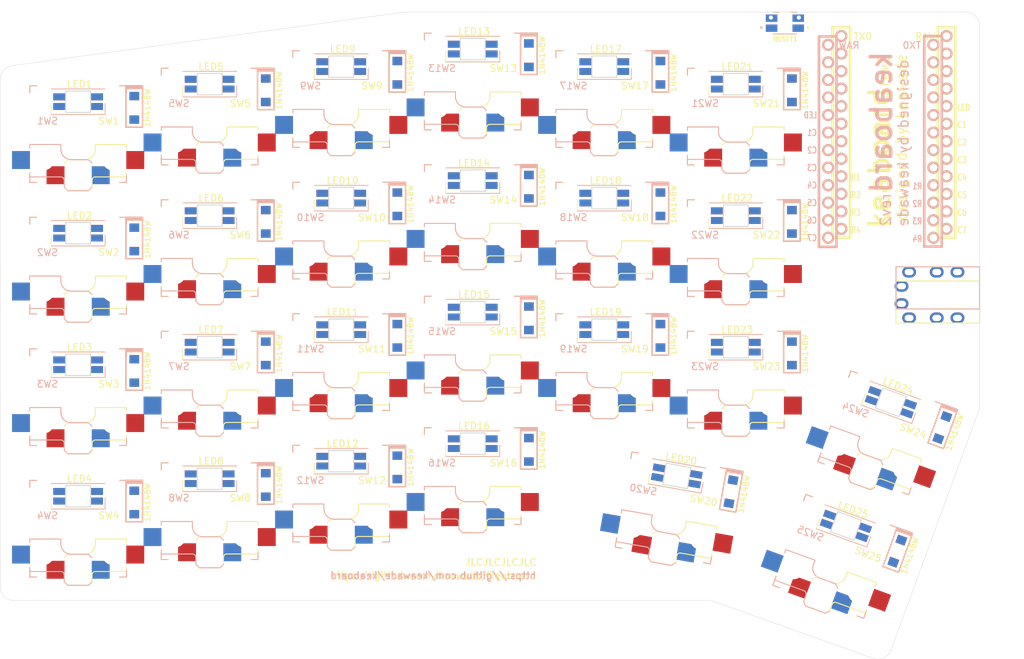
<source format=kicad_pcb>
(kicad_pcb (version 20171130) (host pcbnew 5.1.10-88a1d61d58~88~ubuntu21.04.1)
  (layers (0 F.Cu signal) (31 B.Cu signal) (34 B.Paste user) (35 F.Paste user) (36 B.SilkS user) (37 F.SilkS user) (38 B.Mask user) (39 F.Mask user) (44 Edge.Cuts user))
  (net 0 "")
  (net 1 "Net-(D1-Pad2)")
  (net 2 Row1)
  (net 3 "Net-(D2-Pad2)")
  (net 4 Row2)
  (net 5 "Net-(D3-Pad2)")
  (net 6 Row3)
  (net 7 "Net-(D4-Pad2)")
  (net 8 Row4)
  (net 9 "Net-(D5-Pad2)")
  (net 10 "Net-(D6-Pad2)")
  (net 11 "Net-(D7-Pad2)")
  (net 12 "Net-(D8-Pad2)")
  (net 13 "Net-(D9-Pad2)")
  (net 14 "Net-(D10-Pad2)")
  (net 15 "Net-(D11-Pad2)")
  (net 16 "Net-(D12-Pad2)")
  (net 17 "Net-(D13-Pad2)")
  (net 18 "Net-(D14-Pad2)")
  (net 19 "Net-(D15-Pad2)")
  (net 20 "Net-(D16-Pad2)")
  (net 21 "Net-(D17-Pad2)")
  (net 22 "Net-(D18-Pad2)")
  (net 23 "Net-(D19-Pad2)")
  (net 24 "Net-(D20-Pad2)")
  (net 25 "Net-(D21-Pad2)")
  (net 26 "Net-(D22-Pad2)")
  (net 27 "Net-(D23-Pad2)")
  (net 28 "Net-(D24-Pad2)")
  (net 29 "Net-(D25-Pad2)")
  (net 30 LED)
  (net 31 GND)
  (net 32 RAW)
  (net 33 TRRS_T)
  (net 34 TRRS_R2)
  (net 35 "Net-(J1-PadR1)")
  (net 36 RESET)
  (net 37 Col1)
  (net 38 Col2)
  (net 39 Col3)
  (net 40 Col4)
  (net 41 Col5)
  (net 42 Col6)
  (net 43 Col7)
  (net 44 "Net-(U1-Pad2)")
  (net 45 "Net-(U1-Pad1)")
  (net 46 "Net-(U1-Pad7)")
  (net 47 "Net-(LED1-Pad1)")
  (net 48 "Net-(LED2-Pad1)")
  (net 49 "Net-(LED3-Pad1)")
  (net 50 "Net-(LED4-Pad1)")
  (net 51 "Net-(LED10-Pad3)")
  (net 52 "Net-(LED11-Pad1)")
  (net 53 "Net-(LED10-Pad1)")
  (net 54 "Net-(LED12-Pad1)")
  (net 55 "Net-(LED14-Pad1)")
  (net 56 "Net-(LED16-Pad1)")
  (net 57 "Net-(LED18-Pad1)")
  (net 58 "Net-(LED20-Pad1)")
  (net 59 "Net-(LED22-Pad1)")
  (net 60 "Net-(LED24-Pad1)")
  (net 61 "Net-(LED13-Pad1)")
  (net 62 "Net-(U1-Pad20)")
  (net 63 "Net-(U1-Pad5)")
  (net 64 "Net-(LED1-Pad3)")
  (net 65 "Net-(LED3-Pad3)")
  (net 66 "Net-(LED5-Pad3)")
  (net 67 "Net-(LED6-Pad3)")
  (net 68 "Net-(LED12-Pad3)")
  (net 69 "Net-(LED11-Pad3)")
  (net 70 "Net-(LED13-Pad3)")
  (net 71 "Net-(LED15-Pad3)")
  (net 72 "Net-(LED17-Pad3)")
  (net 73 "Net-(LED19-Pad3)")
  (net 74 "Net-(LED24-Pad3)")
  (module parts:YS-SK6812MINI-E_reversible (layer F.Cu) (at 166.3065 113.8428 340)
    (fp_text reference LED25 (at 0.2 -2.54 160) (layer F.SilkS))
    (fp_text value SK6812MINI)
    (fp_line (start -1.78984 1.55) (end -1.78984 -1.55) (layer Edge.Cuts) (width 0.12))
    (fp_line (start 1.81016 1.55) (end -1.78984 1.55) (layer Edge.Cuts) (width 0.12))
    (fp_line (start 1.81016 -1.55) (end 1.81016 1.55) (layer Edge.Cuts) (width 0.12))
    (fp_line (start -1.78984 -1.55) (end 1.81016 -1.55) (layer Edge.Cuts) (width 0.12))
    (pad 3 smd rect (at 2.76016 0.7 160) (size 1.7 1) (layers B.Cu B.Paste B.Mask) (net 58 "Net-(LED20-Pad1)"))
    (pad 4 smd rect (at 2.76016 -0.7 160) (size 1.7 1) (layers B.Cu B.Paste B.Mask) (net 31 GND))
    (pad 1 smd rect (at -2.73984 -0.7 160) (size 1.7 1) (layers B.Cu B.Paste B.Mask) (net 74 "Net-(LED24-Pad3)"))
    (pad 2 smd rect (at -2.73984 0.7 160) (size 1.7 1) (layers B.Cu B.Paste B.Mask) (net 32 RAW))
    (pad 2 smd rect (at 2.75 0.7 340) (size 1.7 1) (layers F.Cu F.Paste F.Mask) (net 32 RAW))
    (pad 1 smd rect (at 2.75 -0.7 340) (size 1.7 1) (layers F.Cu F.Paste F.Mask) (net 74 "Net-(LED24-Pad3)"))
    (pad 3 smd rect (at -2.75 0.7 340) (size 1.7 1) (layers F.Cu F.Paste F.Mask) (net 58 "Net-(LED20-Pad1)"))
    (pad 4 smd rect (at -2.75 -0.7 340) (size 1.7 1) (layers F.Cu F.Paste F.Mask) (net 31 GND))
  )
  (module parts:YS-SK6812MINI-E_reversible (layer F.Cu) (at 172.8216 95.9358 340)
    (fp_text reference LED24 (at 0.2 -2.54 160) (layer F.SilkS))
    (fp_text value SK6812MINI)
    (fp_line (start -1.78984 1.55) (end -1.78984 -1.55) (layer Edge.Cuts) (width 0.12))
    (fp_line (start 1.81016 1.55) (end -1.78984 1.55) (layer Edge.Cuts) (width 0.12))
    (fp_line (start 1.81016 -1.55) (end 1.81016 1.55) (layer Edge.Cuts) (width 0.12))
    (fp_line (start -1.78984 -1.55) (end 1.81016 -1.55) (layer Edge.Cuts) (width 0.12))
    (pad 3 smd rect (at 2.76016 0.7 160) (size 1.7 1) (layers B.Cu B.Paste B.Mask) (net 74 "Net-(LED24-Pad3)"))
    (pad 4 smd rect (at 2.76016 -0.7 160) (size 1.7 1) (layers B.Cu B.Paste B.Mask) (net 31 GND))
    (pad 1 smd rect (at -2.73984 -0.7 160) (size 1.7 1) (layers B.Cu B.Paste B.Mask) (net 60 "Net-(LED24-Pad1)"))
    (pad 2 smd rect (at -2.73984 0.7 160) (size 1.7 1) (layers B.Cu B.Paste B.Mask) (net 32 RAW))
    (pad 2 smd rect (at 2.75 0.7 340) (size 1.7 1) (layers F.Cu F.Paste F.Mask) (net 32 RAW))
    (pad 1 smd rect (at 2.75 -0.7 340) (size 1.7 1) (layers F.Cu F.Paste F.Mask) (net 60 "Net-(LED24-Pad1)"))
    (pad 3 smd rect (at -2.75 0.7 340) (size 1.7 1) (layers F.Cu F.Paste F.Mask) (net 74 "Net-(LED24-Pad3)"))
    (pad 4 smd rect (at -2.75 -0.7 340) (size 1.7 1) (layers F.Cu F.Paste F.Mask) (net 31 GND))
  )
  (module parts:YS-SK6812MINI-E_reversible (layer F.Cu) (at 150.368 87.9602)
    (fp_text reference LED23 (at 0.2 -2.54) (layer F.SilkS))
    (fp_text value SK6812MINI)
    (fp_line (start -1.78984 1.55) (end -1.78984 -1.55) (layer Edge.Cuts) (width 0.12))
    (fp_line (start 1.81016 1.55) (end -1.78984 1.55) (layer Edge.Cuts) (width 0.12))
    (fp_line (start 1.81016 -1.55) (end 1.81016 1.55) (layer Edge.Cuts) (width 0.12))
    (fp_line (start -1.78984 -1.55) (end 1.81016 -1.55) (layer Edge.Cuts) (width 0.12))
    (pad 3 smd rect (at 2.76016 0.7 180) (size 1.7 1) (layers B.Cu B.Paste B.Mask) (net 59 "Net-(LED22-Pad1)"))
    (pad 4 smd rect (at 2.76016 -0.7 180) (size 1.7 1) (layers B.Cu B.Paste B.Mask) (net 31 GND))
    (pad 1 smd rect (at -2.73984 -0.7 180) (size 1.7 1) (layers B.Cu B.Paste B.Mask) (net 73 "Net-(LED19-Pad3)"))
    (pad 2 smd rect (at -2.73984 0.7 180) (size 1.7 1) (layers B.Cu B.Paste B.Mask) (net 32 RAW))
    (pad 2 smd rect (at 2.75 0.7) (size 1.7 1) (layers F.Cu F.Paste F.Mask) (net 32 RAW))
    (pad 1 smd rect (at 2.75 -0.7) (size 1.7 1) (layers F.Cu F.Paste F.Mask) (net 73 "Net-(LED19-Pad3)"))
    (pad 3 smd rect (at -2.75 0.7) (size 1.7 1) (layers F.Cu F.Paste F.Mask) (net 59 "Net-(LED22-Pad1)"))
    (pad 4 smd rect (at -2.75 -0.7) (size 1.7 1) (layers F.Cu F.Paste F.Mask) (net 31 GND))
  )
  (module parts:YS-SK6812MINI-E_reversible (layer F.Cu) (at 150.368 68.9102)
    (fp_text reference LED22 (at 0.2 -2.54) (layer F.SilkS))
    (fp_text value SK6812MINI)
    (fp_line (start -1.78984 1.55) (end -1.78984 -1.55) (layer Edge.Cuts) (width 0.12))
    (fp_line (start 1.81016 1.55) (end -1.78984 1.55) (layer Edge.Cuts) (width 0.12))
    (fp_line (start 1.81016 -1.55) (end 1.81016 1.55) (layer Edge.Cuts) (width 0.12))
    (fp_line (start -1.78984 -1.55) (end 1.81016 -1.55) (layer Edge.Cuts) (width 0.12))
    (pad 3 smd rect (at 2.76016 0.7 180) (size 1.7 1) (layers B.Cu B.Paste B.Mask) (net 57 "Net-(LED18-Pad1)"))
    (pad 4 smd rect (at 2.76016 -0.7 180) (size 1.7 1) (layers B.Cu B.Paste B.Mask) (net 31 GND))
    (pad 1 smd rect (at -2.73984 -0.7 180) (size 1.7 1) (layers B.Cu B.Paste B.Mask) (net 59 "Net-(LED22-Pad1)"))
    (pad 2 smd rect (at -2.73984 0.7 180) (size 1.7 1) (layers B.Cu B.Paste B.Mask) (net 32 RAW))
    (pad 2 smd rect (at 2.75 0.7) (size 1.7 1) (layers F.Cu F.Paste F.Mask) (net 32 RAW))
    (pad 1 smd rect (at 2.75 -0.7) (size 1.7 1) (layers F.Cu F.Paste F.Mask) (net 59 "Net-(LED22-Pad1)"))
    (pad 3 smd rect (at -2.75 0.7) (size 1.7 1) (layers F.Cu F.Paste F.Mask) (net 57 "Net-(LED18-Pad1)"))
    (pad 4 smd rect (at -2.75 -0.7) (size 1.7 1) (layers F.Cu F.Paste F.Mask) (net 31 GND))
  )
  (module parts:YS-SK6812MINI-E_reversible (layer F.Cu) (at 150.368 49.8602)
    (fp_text reference LED21 (at 0.2 -2.54) (layer F.SilkS))
    (fp_text value SK6812MINI)
    (fp_line (start -1.78984 1.55) (end -1.78984 -1.55) (layer Edge.Cuts) (width 0.12))
    (fp_line (start 1.81016 1.55) (end -1.78984 1.55) (layer Edge.Cuts) (width 0.12))
    (fp_line (start 1.81016 -1.55) (end 1.81016 1.55) (layer Edge.Cuts) (width 0.12))
    (fp_line (start -1.78984 -1.55) (end 1.81016 -1.55) (layer Edge.Cuts) (width 0.12))
    (pad 3 smd rect (at 2.76016 0.7 180) (size 1.7 1) (layers B.Cu B.Paste B.Mask) (net 30 LED))
    (pad 4 smd rect (at 2.76016 -0.7 180) (size 1.7 1) (layers B.Cu B.Paste B.Mask) (net 31 GND))
    (pad 1 smd rect (at -2.73984 -0.7 180) (size 1.7 1) (layers B.Cu B.Paste B.Mask) (net 72 "Net-(LED17-Pad3)"))
    (pad 2 smd rect (at -2.73984 0.7 180) (size 1.7 1) (layers B.Cu B.Paste B.Mask) (net 32 RAW))
    (pad 2 smd rect (at 2.75 0.7) (size 1.7 1) (layers F.Cu F.Paste F.Mask) (net 32 RAW))
    (pad 1 smd rect (at 2.75 -0.7) (size 1.7 1) (layers F.Cu F.Paste F.Mask) (net 72 "Net-(LED17-Pad3)"))
    (pad 3 smd rect (at -2.75 0.7) (size 1.7 1) (layers F.Cu F.Paste F.Mask) (net 30 LED))
    (pad 4 smd rect (at -2.75 -0.7) (size 1.7 1) (layers F.Cu F.Paste F.Mask) (net 31 GND))
  )
  (module parts:YS-SK6812MINI-E_reversible (layer F.Cu) (at 141.8209 106.6038 350)
    (fp_text reference LED20 (at 0.2 -2.54 170) (layer F.SilkS))
    (fp_text value SK6812MINI)
    (fp_line (start -1.78984 1.55) (end -1.78984 -1.55) (layer Edge.Cuts) (width 0.12))
    (fp_line (start 1.81016 1.55) (end -1.78984 1.55) (layer Edge.Cuts) (width 0.12))
    (fp_line (start 1.81016 -1.55) (end 1.81016 1.55) (layer Edge.Cuts) (width 0.12))
    (fp_line (start -1.78984 -1.55) (end 1.81016 -1.55) (layer Edge.Cuts) (width 0.12))
    (pad 3 smd rect (at 2.76016 0.7 170) (size 1.7 1) (layers B.Cu B.Paste B.Mask) (net 56 "Net-(LED16-Pad1)"))
    (pad 4 smd rect (at 2.76016 -0.7 170) (size 1.7 1) (layers B.Cu B.Paste B.Mask) (net 31 GND))
    (pad 1 smd rect (at -2.73984 -0.7 170) (size 1.7 1) (layers B.Cu B.Paste B.Mask) (net 58 "Net-(LED20-Pad1)"))
    (pad 2 smd rect (at -2.73984 0.7 170) (size 1.7 1) (layers B.Cu B.Paste B.Mask) (net 32 RAW))
    (pad 2 smd rect (at 2.75 0.7 350) (size 1.7 1) (layers F.Cu F.Paste F.Mask) (net 32 RAW))
    (pad 1 smd rect (at 2.75 -0.7 350) (size 1.7 1) (layers F.Cu F.Paste F.Mask) (net 58 "Net-(LED20-Pad1)"))
    (pad 3 smd rect (at -2.75 0.7 350) (size 1.7 1) (layers F.Cu F.Paste F.Mask) (net 56 "Net-(LED16-Pad1)"))
    (pad 4 smd rect (at -2.75 -0.7 350) (size 1.7 1) (layers F.Cu F.Paste F.Mask) (net 31 GND))
  )
  (module parts:YS-SK6812MINI-E_reversible (layer F.Cu) (at 131.318 85.4202)
    (fp_text reference LED19 (at 0.2 -2.54) (layer F.SilkS))
    (fp_text value SK6812MINI)
    (fp_line (start -1.78984 1.55) (end -1.78984 -1.55) (layer Edge.Cuts) (width 0.12))
    (fp_line (start 1.81016 1.55) (end -1.78984 1.55) (layer Edge.Cuts) (width 0.12))
    (fp_line (start 1.81016 -1.55) (end 1.81016 1.55) (layer Edge.Cuts) (width 0.12))
    (fp_line (start -1.78984 -1.55) (end 1.81016 -1.55) (layer Edge.Cuts) (width 0.12))
    (pad 3 smd rect (at 2.76016 0.7 180) (size 1.7 1) (layers B.Cu B.Paste B.Mask) (net 73 "Net-(LED19-Pad3)"))
    (pad 4 smd rect (at 2.76016 -0.7 180) (size 1.7 1) (layers B.Cu B.Paste B.Mask) (net 31 GND))
    (pad 1 smd rect (at -2.73984 -0.7 180) (size 1.7 1) (layers B.Cu B.Paste B.Mask) (net 71 "Net-(LED15-Pad3)"))
    (pad 2 smd rect (at -2.73984 0.7 180) (size 1.7 1) (layers B.Cu B.Paste B.Mask) (net 32 RAW))
    (pad 2 smd rect (at 2.75 0.7) (size 1.7 1) (layers F.Cu F.Paste F.Mask) (net 32 RAW))
    (pad 1 smd rect (at 2.75 -0.7) (size 1.7 1) (layers F.Cu F.Paste F.Mask) (net 71 "Net-(LED15-Pad3)"))
    (pad 3 smd rect (at -2.75 0.7) (size 1.7 1) (layers F.Cu F.Paste F.Mask) (net 73 "Net-(LED19-Pad3)"))
    (pad 4 smd rect (at -2.75 -0.7) (size 1.7 1) (layers F.Cu F.Paste F.Mask) (net 31 GND))
  )
  (module parts:YS-SK6812MINI-E_reversible (layer F.Cu) (at 131.318 66.3702)
    (fp_text reference LED18 (at 0.2 -2.54) (layer F.SilkS))
    (fp_text value SK6812MINI)
    (fp_line (start -1.78984 1.55) (end -1.78984 -1.55) (layer Edge.Cuts) (width 0.12))
    (fp_line (start 1.81016 1.55) (end -1.78984 1.55) (layer Edge.Cuts) (width 0.12))
    (fp_line (start 1.81016 -1.55) (end 1.81016 1.55) (layer Edge.Cuts) (width 0.12))
    (fp_line (start -1.78984 -1.55) (end 1.81016 -1.55) (layer Edge.Cuts) (width 0.12))
    (pad 3 smd rect (at 2.76016 0.7 180) (size 1.7 1) (layers B.Cu B.Paste B.Mask) (net 55 "Net-(LED14-Pad1)"))
    (pad 4 smd rect (at 2.76016 -0.7 180) (size 1.7 1) (layers B.Cu B.Paste B.Mask) (net 31 GND))
    (pad 1 smd rect (at -2.73984 -0.7 180) (size 1.7 1) (layers B.Cu B.Paste B.Mask) (net 57 "Net-(LED18-Pad1)"))
    (pad 2 smd rect (at -2.73984 0.7 180) (size 1.7 1) (layers B.Cu B.Paste B.Mask) (net 32 RAW))
    (pad 2 smd rect (at 2.75 0.7) (size 1.7 1) (layers F.Cu F.Paste F.Mask) (net 32 RAW))
    (pad 1 smd rect (at 2.75 -0.7) (size 1.7 1) (layers F.Cu F.Paste F.Mask) (net 57 "Net-(LED18-Pad1)"))
    (pad 3 smd rect (at -2.75 0.7) (size 1.7 1) (layers F.Cu F.Paste F.Mask) (net 55 "Net-(LED14-Pad1)"))
    (pad 4 smd rect (at -2.75 -0.7) (size 1.7 1) (layers F.Cu F.Paste F.Mask) (net 31 GND))
  )
  (module parts:YS-SK6812MINI-E_reversible (layer F.Cu) (at 131.318 47.3202)
    (fp_text reference LED17 (at 0.2 -2.54) (layer F.SilkS))
    (fp_text value SK6812MINI)
    (fp_line (start -1.78984 1.55) (end -1.78984 -1.55) (layer Edge.Cuts) (width 0.12))
    (fp_line (start 1.81016 1.55) (end -1.78984 1.55) (layer Edge.Cuts) (width 0.12))
    (fp_line (start 1.81016 -1.55) (end 1.81016 1.55) (layer Edge.Cuts) (width 0.12))
    (fp_line (start -1.78984 -1.55) (end 1.81016 -1.55) (layer Edge.Cuts) (width 0.12))
    (pad 3 smd rect (at 2.76016 0.7 180) (size 1.7 1) (layers B.Cu B.Paste B.Mask) (net 72 "Net-(LED17-Pad3)"))
    (pad 4 smd rect (at 2.76016 -0.7 180) (size 1.7 1) (layers B.Cu B.Paste B.Mask) (net 31 GND))
    (pad 1 smd rect (at -2.73984 -0.7 180) (size 1.7 1) (layers B.Cu B.Paste B.Mask) (net 70 "Net-(LED13-Pad3)"))
    (pad 2 smd rect (at -2.73984 0.7 180) (size 1.7 1) (layers B.Cu B.Paste B.Mask) (net 32 RAW))
    (pad 2 smd rect (at 2.75 0.7) (size 1.7 1) (layers F.Cu F.Paste F.Mask) (net 32 RAW))
    (pad 1 smd rect (at 2.75 -0.7) (size 1.7 1) (layers F.Cu F.Paste F.Mask) (net 70 "Net-(LED13-Pad3)"))
    (pad 3 smd rect (at -2.75 0.7) (size 1.7 1) (layers F.Cu F.Paste F.Mask) (net 72 "Net-(LED17-Pad3)"))
    (pad 4 smd rect (at -2.75 -0.7) (size 1.7 1) (layers F.Cu F.Paste F.Mask) (net 31 GND))
  )
  (module parts:YS-SK6812MINI-E_reversible (layer F.Cu) (at 112.268 101.9302)
    (fp_text reference LED16 (at 0.2 -2.54) (layer F.SilkS))
    (fp_text value SK6812MINI)
    (fp_line (start -1.78984 1.55) (end -1.78984 -1.55) (layer Edge.Cuts) (width 0.12))
    (fp_line (start 1.81016 1.55) (end -1.78984 1.55) (layer Edge.Cuts) (width 0.12))
    (fp_line (start 1.81016 -1.55) (end 1.81016 1.55) (layer Edge.Cuts) (width 0.12))
    (fp_line (start -1.78984 -1.55) (end 1.81016 -1.55) (layer Edge.Cuts) (width 0.12))
    (pad 3 smd rect (at 2.76016 0.7 180) (size 1.7 1) (layers B.Cu B.Paste B.Mask) (net 54 "Net-(LED12-Pad1)"))
    (pad 4 smd rect (at 2.76016 -0.7 180) (size 1.7 1) (layers B.Cu B.Paste B.Mask) (net 31 GND))
    (pad 1 smd rect (at -2.73984 -0.7 180) (size 1.7 1) (layers B.Cu B.Paste B.Mask) (net 56 "Net-(LED16-Pad1)"))
    (pad 2 smd rect (at -2.73984 0.7 180) (size 1.7 1) (layers B.Cu B.Paste B.Mask) (net 32 RAW))
    (pad 2 smd rect (at 2.75 0.7) (size 1.7 1) (layers F.Cu F.Paste F.Mask) (net 32 RAW))
    (pad 1 smd rect (at 2.75 -0.7) (size 1.7 1) (layers F.Cu F.Paste F.Mask) (net 56 "Net-(LED16-Pad1)"))
    (pad 3 smd rect (at -2.75 0.7) (size 1.7 1) (layers F.Cu F.Paste F.Mask) (net 54 "Net-(LED12-Pad1)"))
    (pad 4 smd rect (at -2.75 -0.7) (size 1.7 1) (layers F.Cu F.Paste F.Mask) (net 31 GND))
  )
  (module parts:YS-SK6812MINI-E_reversible (layer F.Cu) (at 112.268 82.8802)
    (fp_text reference LED15 (at 0.2 -2.54) (layer F.SilkS))
    (fp_text value SK6812MINI)
    (fp_line (start -1.78984 1.55) (end -1.78984 -1.55) (layer Edge.Cuts) (width 0.12))
    (fp_line (start 1.81016 1.55) (end -1.78984 1.55) (layer Edge.Cuts) (width 0.12))
    (fp_line (start 1.81016 -1.55) (end 1.81016 1.55) (layer Edge.Cuts) (width 0.12))
    (fp_line (start -1.78984 -1.55) (end 1.81016 -1.55) (layer Edge.Cuts) (width 0.12))
    (pad 3 smd rect (at 2.76016 0.7 180) (size 1.7 1) (layers B.Cu B.Paste B.Mask) (net 71 "Net-(LED15-Pad3)"))
    (pad 4 smd rect (at 2.76016 -0.7 180) (size 1.7 1) (layers B.Cu B.Paste B.Mask) (net 31 GND))
    (pad 1 smd rect (at -2.73984 -0.7 180) (size 1.7 1) (layers B.Cu B.Paste B.Mask) (net 69 "Net-(LED11-Pad3)"))
    (pad 2 smd rect (at -2.73984 0.7 180) (size 1.7 1) (layers B.Cu B.Paste B.Mask) (net 32 RAW))
    (pad 2 smd rect (at 2.75 0.7) (size 1.7 1) (layers F.Cu F.Paste F.Mask) (net 32 RAW))
    (pad 1 smd rect (at 2.75 -0.7) (size 1.7 1) (layers F.Cu F.Paste F.Mask) (net 69 "Net-(LED11-Pad3)"))
    (pad 3 smd rect (at -2.75 0.7) (size 1.7 1) (layers F.Cu F.Paste F.Mask) (net 71 "Net-(LED15-Pad3)"))
    (pad 4 smd rect (at -2.75 -0.7) (size 1.7 1) (layers F.Cu F.Paste F.Mask) (net 31 GND))
  )
  (module parts:YS-SK6812MINI-E_reversible (layer F.Cu) (at 112.268 63.8302)
    (fp_text reference LED14 (at 0.2 -2.54) (layer F.SilkS))
    (fp_text value SK6812MINI)
    (fp_line (start -1.78984 1.55) (end -1.78984 -1.55) (layer Edge.Cuts) (width 0.12))
    (fp_line (start 1.81016 1.55) (end -1.78984 1.55) (layer Edge.Cuts) (width 0.12))
    (fp_line (start 1.81016 -1.55) (end 1.81016 1.55) (layer Edge.Cuts) (width 0.12))
    (fp_line (start -1.78984 -1.55) (end 1.81016 -1.55) (layer Edge.Cuts) (width 0.12))
    (pad 3 smd rect (at 2.76016 0.7 180) (size 1.7 1) (layers B.Cu B.Paste B.Mask) (net 53 "Net-(LED10-Pad1)"))
    (pad 4 smd rect (at 2.76016 -0.7 180) (size 1.7 1) (layers B.Cu B.Paste B.Mask) (net 31 GND))
    (pad 1 smd rect (at -2.73984 -0.7 180) (size 1.7 1) (layers B.Cu B.Paste B.Mask) (net 55 "Net-(LED14-Pad1)"))
    (pad 2 smd rect (at -2.73984 0.7 180) (size 1.7 1) (layers B.Cu B.Paste B.Mask) (net 32 RAW))
    (pad 2 smd rect (at 2.75 0.7) (size 1.7 1) (layers F.Cu F.Paste F.Mask) (net 32 RAW))
    (pad 1 smd rect (at 2.75 -0.7) (size 1.7 1) (layers F.Cu F.Paste F.Mask) (net 55 "Net-(LED14-Pad1)"))
    (pad 3 smd rect (at -2.75 0.7) (size 1.7 1) (layers F.Cu F.Paste F.Mask) (net 53 "Net-(LED10-Pad1)"))
    (pad 4 smd rect (at -2.75 -0.7) (size 1.7 1) (layers F.Cu F.Paste F.Mask) (net 31 GND))
  )
  (module parts:YS-SK6812MINI-E_reversible (layer F.Cu) (at 112.268 44.7802)
    (fp_text reference LED13 (at 0.2 -2.54) (layer F.SilkS))
    (fp_text value SK6812MINI)
    (fp_line (start -1.78984 1.55) (end -1.78984 -1.55) (layer Edge.Cuts) (width 0.12))
    (fp_line (start 1.81016 1.55) (end -1.78984 1.55) (layer Edge.Cuts) (width 0.12))
    (fp_line (start 1.81016 -1.55) (end 1.81016 1.55) (layer Edge.Cuts) (width 0.12))
    (fp_line (start -1.78984 -1.55) (end 1.81016 -1.55) (layer Edge.Cuts) (width 0.12))
    (pad 3 smd rect (at 2.76016 0.7 180) (size 1.7 1) (layers B.Cu B.Paste B.Mask) (net 70 "Net-(LED13-Pad3)"))
    (pad 4 smd rect (at 2.76016 -0.7 180) (size 1.7 1) (layers B.Cu B.Paste B.Mask) (net 31 GND))
    (pad 1 smd rect (at -2.73984 -0.7 180) (size 1.7 1) (layers B.Cu B.Paste B.Mask) (net 61 "Net-(LED13-Pad1)"))
    (pad 2 smd rect (at -2.73984 0.7 180) (size 1.7 1) (layers B.Cu B.Paste B.Mask) (net 32 RAW))
    (pad 2 smd rect (at 2.75 0.7) (size 1.7 1) (layers F.Cu F.Paste F.Mask) (net 32 RAW))
    (pad 1 smd rect (at 2.75 -0.7) (size 1.7 1) (layers F.Cu F.Paste F.Mask) (net 61 "Net-(LED13-Pad1)"))
    (pad 3 smd rect (at -2.75 0.7) (size 1.7 1) (layers F.Cu F.Paste F.Mask) (net 70 "Net-(LED13-Pad3)"))
    (pad 4 smd rect (at -2.75 -0.7) (size 1.7 1) (layers F.Cu F.Paste F.Mask) (net 31 GND))
  )
  (module parts:YS-SK6812MINI-E_reversible (layer F.Cu) (at 93.218 104.4702)
    (fp_text reference LED12 (at 0.2 -2.54) (layer F.SilkS))
    (fp_text value SK6812MINI)
    (fp_line (start -1.78984 1.55) (end -1.78984 -1.55) (layer Edge.Cuts) (width 0.12))
    (fp_line (start 1.81016 1.55) (end -1.78984 1.55) (layer Edge.Cuts) (width 0.12))
    (fp_line (start 1.81016 -1.55) (end 1.81016 1.55) (layer Edge.Cuts) (width 0.12))
    (fp_line (start -1.78984 -1.55) (end 1.81016 -1.55) (layer Edge.Cuts) (width 0.12))
    (pad 3 smd rect (at 2.76016 0.7 180) (size 1.7 1) (layers B.Cu B.Paste B.Mask) (net 68 "Net-(LED12-Pad3)"))
    (pad 4 smd rect (at 2.76016 -0.7 180) (size 1.7 1) (layers B.Cu B.Paste B.Mask) (net 31 GND))
    (pad 1 smd rect (at -2.73984 -0.7 180) (size 1.7 1) (layers B.Cu B.Paste B.Mask) (net 54 "Net-(LED12-Pad1)"))
    (pad 2 smd rect (at -2.73984 0.7 180) (size 1.7 1) (layers B.Cu B.Paste B.Mask) (net 32 RAW))
    (pad 2 smd rect (at 2.75 0.7) (size 1.7 1) (layers F.Cu F.Paste F.Mask) (net 32 RAW))
    (pad 1 smd rect (at 2.75 -0.7) (size 1.7 1) (layers F.Cu F.Paste F.Mask) (net 54 "Net-(LED12-Pad1)"))
    (pad 3 smd rect (at -2.75 0.7) (size 1.7 1) (layers F.Cu F.Paste F.Mask) (net 68 "Net-(LED12-Pad3)"))
    (pad 4 smd rect (at -2.75 -0.7) (size 1.7 1) (layers F.Cu F.Paste F.Mask) (net 31 GND))
  )
  (module parts:YS-SK6812MINI-E_reversible (layer F.Cu) (at 93.218 85.4202)
    (fp_text reference LED11 (at 0.2 -2.54) (layer F.SilkS))
    (fp_text value SK6812MINI)
    (fp_line (start -1.78984 1.55) (end -1.78984 -1.55) (layer Edge.Cuts) (width 0.12))
    (fp_line (start 1.81016 1.55) (end -1.78984 1.55) (layer Edge.Cuts) (width 0.12))
    (fp_line (start 1.81016 -1.55) (end 1.81016 1.55) (layer Edge.Cuts) (width 0.12))
    (fp_line (start -1.78984 -1.55) (end 1.81016 -1.55) (layer Edge.Cuts) (width 0.12))
    (pad 3 smd rect (at 2.76016 0.7 180) (size 1.7 1) (layers B.Cu B.Paste B.Mask) (net 69 "Net-(LED11-Pad3)"))
    (pad 4 smd rect (at 2.76016 -0.7 180) (size 1.7 1) (layers B.Cu B.Paste B.Mask) (net 31 GND))
    (pad 1 smd rect (at -2.73984 -0.7 180) (size 1.7 1) (layers B.Cu B.Paste B.Mask) (net 52 "Net-(LED11-Pad1)"))
    (pad 2 smd rect (at -2.73984 0.7 180) (size 1.7 1) (layers B.Cu B.Paste B.Mask) (net 32 RAW))
    (pad 2 smd rect (at 2.75 0.7) (size 1.7 1) (layers F.Cu F.Paste F.Mask) (net 32 RAW))
    (pad 1 smd rect (at 2.75 -0.7) (size 1.7 1) (layers F.Cu F.Paste F.Mask) (net 52 "Net-(LED11-Pad1)"))
    (pad 3 smd rect (at -2.75 0.7) (size 1.7 1) (layers F.Cu F.Paste F.Mask) (net 69 "Net-(LED11-Pad3)"))
    (pad 4 smd rect (at -2.75 -0.7) (size 1.7 1) (layers F.Cu F.Paste F.Mask) (net 31 GND))
  )
  (module parts:YS-SK6812MINI-E_reversible (layer F.Cu) (at 93.218 66.3702)
    (fp_text reference LED10 (at 0.2 -2.54) (layer F.SilkS))
    (fp_text value SK6812MINI)
    (fp_line (start -1.78984 1.55) (end -1.78984 -1.55) (layer Edge.Cuts) (width 0.12))
    (fp_line (start 1.81016 1.55) (end -1.78984 1.55) (layer Edge.Cuts) (width 0.12))
    (fp_line (start 1.81016 -1.55) (end 1.81016 1.55) (layer Edge.Cuts) (width 0.12))
    (fp_line (start -1.78984 -1.55) (end 1.81016 -1.55) (layer Edge.Cuts) (width 0.12))
    (pad 3 smd rect (at 2.76016 0.7 180) (size 1.7 1) (layers B.Cu B.Paste B.Mask) (net 51 "Net-(LED10-Pad3)"))
    (pad 4 smd rect (at 2.76016 -0.7 180) (size 1.7 1) (layers B.Cu B.Paste B.Mask) (net 31 GND))
    (pad 1 smd rect (at -2.73984 -0.7 180) (size 1.7 1) (layers B.Cu B.Paste B.Mask) (net 53 "Net-(LED10-Pad1)"))
    (pad 2 smd rect (at -2.73984 0.7 180) (size 1.7 1) (layers B.Cu B.Paste B.Mask) (net 32 RAW))
    (pad 2 smd rect (at 2.75 0.7) (size 1.7 1) (layers F.Cu F.Paste F.Mask) (net 32 RAW))
    (pad 1 smd rect (at 2.75 -0.7) (size 1.7 1) (layers F.Cu F.Paste F.Mask) (net 53 "Net-(LED10-Pad1)"))
    (pad 3 smd rect (at -2.75 0.7) (size 1.7 1) (layers F.Cu F.Paste F.Mask) (net 51 "Net-(LED10-Pad3)"))
    (pad 4 smd rect (at -2.75 -0.7) (size 1.7 1) (layers F.Cu F.Paste F.Mask) (net 31 GND))
  )
  (module parts:YS-SK6812MINI-E_reversible (layer F.Cu) (at 93.218 47.3202)
    (fp_text reference LED9 (at 0.2 -2.54) (layer F.SilkS))
    (fp_text value SK6812MINI)
    (fp_line (start -1.78984 1.55) (end -1.78984 -1.55) (layer Edge.Cuts) (width 0.12))
    (fp_line (start 1.81016 1.55) (end -1.78984 1.55) (layer Edge.Cuts) (width 0.12))
    (fp_line (start 1.81016 -1.55) (end 1.81016 1.55) (layer Edge.Cuts) (width 0.12))
    (fp_line (start -1.78984 -1.55) (end 1.81016 -1.55) (layer Edge.Cuts) (width 0.12))
    (pad 3 smd rect (at 2.76016 0.7 180) (size 1.7 1) (layers B.Cu B.Paste B.Mask) (net 61 "Net-(LED13-Pad1)"))
    (pad 4 smd rect (at 2.76016 -0.7 180) (size 1.7 1) (layers B.Cu B.Paste B.Mask) (net 31 GND))
    (pad 1 smd rect (at -2.73984 -0.7 180) (size 1.7 1) (layers B.Cu B.Paste B.Mask) (net 66 "Net-(LED5-Pad3)"))
    (pad 2 smd rect (at -2.73984 0.7 180) (size 1.7 1) (layers B.Cu B.Paste B.Mask) (net 32 RAW))
    (pad 2 smd rect (at 2.75 0.7) (size 1.7 1) (layers F.Cu F.Paste F.Mask) (net 32 RAW))
    (pad 1 smd rect (at 2.75 -0.7) (size 1.7 1) (layers F.Cu F.Paste F.Mask) (net 66 "Net-(LED5-Pad3)"))
    (pad 3 smd rect (at -2.75 0.7) (size 1.7 1) (layers F.Cu F.Paste F.Mask) (net 61 "Net-(LED13-Pad1)"))
    (pad 4 smd rect (at -2.75 -0.7) (size 1.7 1) (layers F.Cu F.Paste F.Mask) (net 31 GND))
  )
  (module parts:YS-SK6812MINI-E_reversible (layer F.Cu) (at 74.168 107.0102)
    (fp_text reference LED8 (at 0.2 -2.54) (layer F.SilkS))
    (fp_text value SK6812MINI)
    (fp_line (start -1.78984 1.55) (end -1.78984 -1.55) (layer Edge.Cuts) (width 0.12))
    (fp_line (start 1.81016 1.55) (end -1.78984 1.55) (layer Edge.Cuts) (width 0.12))
    (fp_line (start 1.81016 -1.55) (end 1.81016 1.55) (layer Edge.Cuts) (width 0.12))
    (fp_line (start -1.78984 -1.55) (end 1.81016 -1.55) (layer Edge.Cuts) (width 0.12))
    (pad 3 smd rect (at 2.76016 0.7 180) (size 1.7 1) (layers B.Cu B.Paste B.Mask) (net 50 "Net-(LED4-Pad1)"))
    (pad 4 smd rect (at 2.76016 -0.7 180) (size 1.7 1) (layers B.Cu B.Paste B.Mask) (net 31 GND))
    (pad 1 smd rect (at -2.73984 -0.7 180) (size 1.7 1) (layers B.Cu B.Paste B.Mask) (net 68 "Net-(LED12-Pad3)"))
    (pad 2 smd rect (at -2.73984 0.7 180) (size 1.7 1) (layers B.Cu B.Paste B.Mask) (net 32 RAW))
    (pad 2 smd rect (at 2.75 0.7) (size 1.7 1) (layers F.Cu F.Paste F.Mask) (net 32 RAW))
    (pad 1 smd rect (at 2.75 -0.7) (size 1.7 1) (layers F.Cu F.Paste F.Mask) (net 68 "Net-(LED12-Pad3)"))
    (pad 3 smd rect (at -2.75 0.7) (size 1.7 1) (layers F.Cu F.Paste F.Mask) (net 50 "Net-(LED4-Pad1)"))
    (pad 4 smd rect (at -2.75 -0.7) (size 1.7 1) (layers F.Cu F.Paste F.Mask) (net 31 GND))
  )
  (module parts:YS-SK6812MINI-E_reversible (layer F.Cu) (at 74.168 87.9602)
    (fp_text reference LED7 (at 0.2 -2.54) (layer F.SilkS))
    (fp_text value SK6812MINI)
    (fp_line (start -1.78984 1.55) (end -1.78984 -1.55) (layer Edge.Cuts) (width 0.12))
    (fp_line (start 1.81016 1.55) (end -1.78984 1.55) (layer Edge.Cuts) (width 0.12))
    (fp_line (start 1.81016 -1.55) (end 1.81016 1.55) (layer Edge.Cuts) (width 0.12))
    (fp_line (start -1.78984 -1.55) (end 1.81016 -1.55) (layer Edge.Cuts) (width 0.12))
    (pad 3 smd rect (at 2.76016 0.7 180) (size 1.7 1) (layers B.Cu B.Paste B.Mask) (net 52 "Net-(LED11-Pad1)"))
    (pad 4 smd rect (at 2.76016 -0.7 180) (size 1.7 1) (layers B.Cu B.Paste B.Mask) (net 31 GND))
    (pad 1 smd rect (at -2.73984 -0.7 180) (size 1.7 1) (layers B.Cu B.Paste B.Mask) (net 65 "Net-(LED3-Pad3)"))
    (pad 2 smd rect (at -2.73984 0.7 180) (size 1.7 1) (layers B.Cu B.Paste B.Mask) (net 32 RAW))
    (pad 2 smd rect (at 2.75 0.7) (size 1.7 1) (layers F.Cu F.Paste F.Mask) (net 32 RAW))
    (pad 1 smd rect (at 2.75 -0.7) (size 1.7 1) (layers F.Cu F.Paste F.Mask) (net 65 "Net-(LED3-Pad3)"))
    (pad 3 smd rect (at -2.75 0.7) (size 1.7 1) (layers F.Cu F.Paste F.Mask) (net 52 "Net-(LED11-Pad1)"))
    (pad 4 smd rect (at -2.75 -0.7) (size 1.7 1) (layers F.Cu F.Paste F.Mask) (net 31 GND))
  )
  (module parts:YS-SK6812MINI-E_reversible (layer F.Cu) (at 74.168 68.9102)
    (fp_text reference LED6 (at 0.2 -2.54) (layer F.SilkS))
    (fp_text value SK6812MINI)
    (fp_line (start -1.78984 1.55) (end -1.78984 -1.55) (layer Edge.Cuts) (width 0.12))
    (fp_line (start 1.81016 1.55) (end -1.78984 1.55) (layer Edge.Cuts) (width 0.12))
    (fp_line (start 1.81016 -1.55) (end 1.81016 1.55) (layer Edge.Cuts) (width 0.12))
    (fp_line (start -1.78984 -1.55) (end 1.81016 -1.55) (layer Edge.Cuts) (width 0.12))
    (pad 3 smd rect (at 2.76016 0.7 180) (size 1.7 1) (layers B.Cu B.Paste B.Mask) (net 67 "Net-(LED6-Pad3)"))
    (pad 4 smd rect (at 2.76016 -0.7 180) (size 1.7 1) (layers B.Cu B.Paste B.Mask) (net 31 GND))
    (pad 1 smd rect (at -2.73984 -0.7 180) (size 1.7 1) (layers B.Cu B.Paste B.Mask) (net 51 "Net-(LED10-Pad3)"))
    (pad 2 smd rect (at -2.73984 0.7 180) (size 1.7 1) (layers B.Cu B.Paste B.Mask) (net 32 RAW))
    (pad 2 smd rect (at 2.75 0.7) (size 1.7 1) (layers F.Cu F.Paste F.Mask) (net 32 RAW))
    (pad 1 smd rect (at 2.75 -0.7) (size 1.7 1) (layers F.Cu F.Paste F.Mask) (net 51 "Net-(LED10-Pad3)"))
    (pad 3 smd rect (at -2.75 0.7) (size 1.7 1) (layers F.Cu F.Paste F.Mask) (net 67 "Net-(LED6-Pad3)"))
    (pad 4 smd rect (at -2.75 -0.7) (size 1.7 1) (layers F.Cu F.Paste F.Mask) (net 31 GND))
  )
  (module parts:YS-SK6812MINI-E_reversible (layer F.Cu) (at 74.168 49.8602)
    (fp_text reference LED5 (at 0.2 -2.54) (layer F.SilkS))
    (fp_text value SK6812MINI)
    (fp_line (start -1.78984 1.55) (end -1.78984 -1.55) (layer Edge.Cuts) (width 0.12))
    (fp_line (start 1.81016 1.55) (end -1.78984 1.55) (layer Edge.Cuts) (width 0.12))
    (fp_line (start 1.81016 -1.55) (end 1.81016 1.55) (layer Edge.Cuts) (width 0.12))
    (fp_line (start -1.78984 -1.55) (end 1.81016 -1.55) (layer Edge.Cuts) (width 0.12))
    (pad 3 smd rect (at 2.76016 0.7 180) (size 1.7 1) (layers B.Cu B.Paste B.Mask) (net 66 "Net-(LED5-Pad3)"))
    (pad 4 smd rect (at 2.76016 -0.7 180) (size 1.7 1) (layers B.Cu B.Paste B.Mask) (net 31 GND))
    (pad 1 smd rect (at -2.73984 -0.7 180) (size 1.7 1) (layers B.Cu B.Paste B.Mask) (net 64 "Net-(LED1-Pad3)"))
    (pad 2 smd rect (at -2.73984 0.7 180) (size 1.7 1) (layers B.Cu B.Paste B.Mask) (net 32 RAW))
    (pad 2 smd rect (at 2.75 0.7) (size 1.7 1) (layers F.Cu F.Paste F.Mask) (net 32 RAW))
    (pad 1 smd rect (at 2.75 -0.7) (size 1.7 1) (layers F.Cu F.Paste F.Mask) (net 64 "Net-(LED1-Pad3)"))
    (pad 3 smd rect (at -2.75 0.7) (size 1.7 1) (layers F.Cu F.Paste F.Mask) (net 66 "Net-(LED5-Pad3)"))
    (pad 4 smd rect (at -2.75 -0.7) (size 1.7 1) (layers F.Cu F.Paste F.Mask) (net 31 GND))
  )
  (module parts:YS-SK6812MINI-E_reversible (layer F.Cu) (at 55.118 109.5502)
    (fp_text reference LED4 (at 0.2 -2.54) (layer F.SilkS))
    (fp_text value SK6812MINI)
    (fp_line (start -1.78984 1.55) (end -1.78984 -1.55) (layer Edge.Cuts) (width 0.12))
    (fp_line (start 1.81016 1.55) (end -1.78984 1.55) (layer Edge.Cuts) (width 0.12))
    (fp_line (start 1.81016 -1.55) (end 1.81016 1.55) (layer Edge.Cuts) (width 0.12))
    (fp_line (start -1.78984 -1.55) (end 1.81016 -1.55) (layer Edge.Cuts) (width 0.12))
    (pad 3 smd rect (at 2.76016 0.7 180) (size 1.7 1) (layers B.Cu B.Paste B.Mask) (net 49 "Net-(LED3-Pad1)"))
    (pad 4 smd rect (at 2.76016 -0.7 180) (size 1.7 1) (layers B.Cu B.Paste B.Mask) (net 31 GND))
    (pad 1 smd rect (at -2.73984 -0.7 180) (size 1.7 1) (layers B.Cu B.Paste B.Mask) (net 50 "Net-(LED4-Pad1)"))
    (pad 2 smd rect (at -2.73984 0.7 180) (size 1.7 1) (layers B.Cu B.Paste B.Mask) (net 32 RAW))
    (pad 2 smd rect (at 2.75 0.7) (size 1.7 1) (layers F.Cu F.Paste F.Mask) (net 32 RAW))
    (pad 1 smd rect (at 2.75 -0.7) (size 1.7 1) (layers F.Cu F.Paste F.Mask) (net 50 "Net-(LED4-Pad1)"))
    (pad 3 smd rect (at -2.75 0.7) (size 1.7 1) (layers F.Cu F.Paste F.Mask) (net 49 "Net-(LED3-Pad1)"))
    (pad 4 smd rect (at -2.75 -0.7) (size 1.7 1) (layers F.Cu F.Paste F.Mask) (net 31 GND))
  )
  (module parts:YS-SK6812MINI-E_reversible (layer F.Cu) (at 55.118 90.5002)
    (fp_text reference LED3 (at 0.2 -2.54) (layer F.SilkS))
    (fp_text value SK6812MINI)
    (fp_line (start -1.78984 1.55) (end -1.78984 -1.55) (layer Edge.Cuts) (width 0.12))
    (fp_line (start 1.81016 1.55) (end -1.78984 1.55) (layer Edge.Cuts) (width 0.12))
    (fp_line (start 1.81016 -1.55) (end 1.81016 1.55) (layer Edge.Cuts) (width 0.12))
    (fp_line (start -1.78984 -1.55) (end 1.81016 -1.55) (layer Edge.Cuts) (width 0.12))
    (pad 3 smd rect (at 2.76016 0.7 180) (size 1.7 1) (layers B.Cu B.Paste B.Mask) (net 65 "Net-(LED3-Pad3)"))
    (pad 4 smd rect (at 2.76016 -0.7 180) (size 1.7 1) (layers B.Cu B.Paste B.Mask) (net 31 GND))
    (pad 1 smd rect (at -2.73984 -0.7 180) (size 1.7 1) (layers B.Cu B.Paste B.Mask) (net 49 "Net-(LED3-Pad1)"))
    (pad 2 smd rect (at -2.73984 0.7 180) (size 1.7 1) (layers B.Cu B.Paste B.Mask) (net 32 RAW))
    (pad 2 smd rect (at 2.75 0.7) (size 1.7 1) (layers F.Cu F.Paste F.Mask) (net 32 RAW))
    (pad 1 smd rect (at 2.75 -0.7) (size 1.7 1) (layers F.Cu F.Paste F.Mask) (net 49 "Net-(LED3-Pad1)"))
    (pad 3 smd rect (at -2.75 0.7) (size 1.7 1) (layers F.Cu F.Paste F.Mask) (net 65 "Net-(LED3-Pad3)"))
    (pad 4 smd rect (at -2.75 -0.7) (size 1.7 1) (layers F.Cu F.Paste F.Mask) (net 31 GND))
  )
  (module parts:YS-SK6812MINI-E_reversible (layer F.Cu) (at 55.118 71.4502)
    (fp_text reference LED2 (at 0.2 -2.54) (layer F.SilkS))
    (fp_text value SK6812MINI)
    (fp_line (start -1.78984 1.55) (end -1.78984 -1.55) (layer Edge.Cuts) (width 0.12))
    (fp_line (start 1.81016 1.55) (end -1.78984 1.55) (layer Edge.Cuts) (width 0.12))
    (fp_line (start 1.81016 -1.55) (end 1.81016 1.55) (layer Edge.Cuts) (width 0.12))
    (fp_line (start -1.78984 -1.55) (end 1.81016 -1.55) (layer Edge.Cuts) (width 0.12))
    (pad 3 smd rect (at 2.76016 0.7 180) (size 1.7 1) (layers B.Cu B.Paste B.Mask) (net 47 "Net-(LED1-Pad1)"))
    (pad 4 smd rect (at 2.76016 -0.7 180) (size 1.7 1) (layers B.Cu B.Paste B.Mask) (net 31 GND))
    (pad 1 smd rect (at -2.73984 -0.7 180) (size 1.7 1) (layers B.Cu B.Paste B.Mask) (net 48 "Net-(LED2-Pad1)"))
    (pad 2 smd rect (at -2.73984 0.7 180) (size 1.7 1) (layers B.Cu B.Paste B.Mask) (net 32 RAW))
    (pad 2 smd rect (at 2.75 0.7) (size 1.7 1) (layers F.Cu F.Paste F.Mask) (net 32 RAW))
    (pad 1 smd rect (at 2.75 -0.7) (size 1.7 1) (layers F.Cu F.Paste F.Mask) (net 48 "Net-(LED2-Pad1)"))
    (pad 3 smd rect (at -2.75 0.7) (size 1.7 1) (layers F.Cu F.Paste F.Mask) (net 47 "Net-(LED1-Pad1)"))
    (pad 4 smd rect (at -2.75 -0.7) (size 1.7 1) (layers F.Cu F.Paste F.Mask) (net 31 GND))
  )
  (module parts:YS-SK6812MINI-E_reversible (layer F.Cu) (at 55.118 52.4002)
    (fp_text reference LED1 (at 0.2 -2.54) (layer F.SilkS))
    (fp_text value SK6812MINI)
    (fp_line (start -1.78984 1.55) (end -1.78984 -1.55) (layer Edge.Cuts) (width 0.12))
    (fp_line (start 1.81016 1.55) (end -1.78984 1.55) (layer Edge.Cuts) (width 0.12))
    (fp_line (start 1.81016 -1.55) (end 1.81016 1.55) (layer Edge.Cuts) (width 0.12))
    (fp_line (start -1.78984 -1.55) (end 1.81016 -1.55) (layer Edge.Cuts) (width 0.12))
    (pad 3 smd rect (at 2.76016 0.7 180) (size 1.7 1) (layers B.Cu B.Paste B.Mask) (net 64 "Net-(LED1-Pad3)"))
    (pad 4 smd rect (at 2.76016 -0.7 180) (size 1.7 1) (layers B.Cu B.Paste B.Mask) (net 31 GND))
    (pad 1 smd rect (at -2.73984 -0.7 180) (size 1.7 1) (layers B.Cu B.Paste B.Mask) (net 47 "Net-(LED1-Pad1)"))
    (pad 2 smd rect (at -2.73984 0.7 180) (size 1.7 1) (layers B.Cu B.Paste B.Mask) (net 32 RAW))
    (pad 2 smd rect (at 2.75 0.7) (size 1.7 1) (layers F.Cu F.Paste F.Mask) (net 32 RAW))
    (pad 1 smd rect (at 2.75 -0.7) (size 1.7 1) (layers F.Cu F.Paste F.Mask) (net 47 "Net-(LED1-Pad1)"))
    (pad 3 smd rect (at -2.75 0.7) (size 1.7 1) (layers F.Cu F.Paste F.Mask) (net 64 "Net-(LED1-Pad3)"))
    (pad 4 smd rect (at -2.75 -0.7) (size 1.7 1) (layers F.Cu F.Paste F.Mask) (net 31 GND))
  )
  (module parts:ArduinoProMicro_Reversible (layer F.Cu) (at 173.2738 56.8606 270)
    (fp_text reference U1 hide)
    (fp_text value ProMicro hide)
    (fp_text user RAW (at -12.62 6.5 180) (layer B.SilkS) (effects (justify mirror)))
    (fp_text user TX0 (at -12.62 -2.6 180) (layer B.SilkS) (effects (justify mirror)))
    (fp_text user RAW (at -13.9 -4.6) (layer F.SilkS))
    (fp_text user TX0 (at -13.9 4.5) (layer F.SilkS))
    (pad 2 thru_hole circle (at -10.15 -5.72 270) (size 1.7526 1.7526) (drill 1.0922) (layers *.Cu *.SilkS *.Mask) (net 44 "Net-(U1-Pad2)"))
    (pad 20 thru_hole circle (at -2.53 9.52 270) (size 1.7526 1.7526) (drill 1.0922) (layers *.Cu *.SilkS *.Mask) (net 62 "Net-(U1-Pad20)"))
    (pad 19 thru_hole circle (at 0.01 9.52 270) (size 1.7526 1.7526) (drill 1.0922) (layers *.Cu *.SilkS *.Mask) (net 37 Col1))
    (pad 21 thru_hole circle (at -5.07 9.52 270) (size 1.7526 1.7526) (drill 1.0922) (layers *.Cu *.SilkS *.Mask) (net 34 TRRS_R2))
    (pad 22 thru_hole circle (at -7.61 9.52 270) (size 1.7526 1.7526) (drill 1.0922) (layers *.Cu *.SilkS *.Mask) (net 36 RESET))
    (pad 23 thru_hole circle (at -10.15 9.52 270) (size 1.7526 1.7526) (drill 1.0922) (layers *.Cu *.SilkS *.Mask) (net 31 GND))
    (pad 12 thru_hole circle (at 15.25 -5.72 270) (size 1.7526 1.7526) (drill 1.0922) (layers *.Cu *.SilkS *.Mask) (net 8 Row4))
    (pad 24 thru_hole circle (at -12.69 9.52 270) (size 1.7526 1.7526) (drill 1.0922) (layers *.Cu *.SilkS *.Mask) (net 32 RAW))
    (pad 3 thru_hole circle (at -7.61 -5.72 270) (size 1.7526 1.7526) (drill 1.0922) (layers *.Cu *.SilkS *.Mask) (net 31 GND))
    (pad 5 thru_hole circle (at -2.53 -5.72 270) (size 1.7526 1.7526) (drill 1.0922) (layers *.Cu *.SilkS *.Mask) (net 63 "Net-(U1-Pad5)"))
    (pad 4 thru_hole circle (at -5.07 -5.72 270) (size 1.7526 1.7526) (drill 1.0922) (layers *.Cu *.SilkS *.Mask) (net 31 GND))
    (pad 15 thru_hole circle (at 10.17 9.52 270) (size 1.7526 1.7526) (drill 1.0922) (layers *.Cu *.SilkS *.Mask) (net 41 Col5))
    (pad 14 thru_hole circle (at 12.71 9.52 270) (size 1.7526 1.7526) (drill 1.0922) (layers *.Cu *.SilkS *.Mask) (net 42 Col6))
    (pad 13 thru_hole circle (at 15.25 9.52 270) (size 1.7526 1.7526) (drill 1.0922) (layers *.Cu *.SilkS *.Mask) (net 43 Col7))
    (pad 18 thru_hole circle (at 2.55 9.52 270) (size 1.7526 1.7526) (drill 1.0922) (layers *.Cu *.SilkS *.Mask) (net 38 Col2))
    (pad 17 thru_hole circle (at 5.09 9.52 270) (size 1.7526 1.7526) (drill 1.0922) (layers *.Cu *.SilkS *.Mask) (net 39 Col3))
    (pad 16 thru_hole circle (at 7.63 9.52 270) (size 1.7526 1.7526) (drill 1.0922) (layers *.Cu *.SilkS *.Mask) (net 40 Col4))
    (pad 10 thru_hole circle (at 10.17 -5.72 270) (size 1.7526 1.7526) (drill 1.0922) (layers *.Cu *.SilkS *.Mask) (net 4 Row2))
    (pad 11 thru_hole circle (at 12.71 -5.72 270) (size 1.7526 1.7526) (drill 1.0922) (layers *.Cu *.SilkS *.Mask) (net 6 Row3))
    (pad 6 thru_hole circle (at 0.01 -5.72 270) (size 1.7526 1.7526) (drill 1.0922) (layers *.Cu *.SilkS *.Mask) (net 33 TRRS_T))
    (pad 1 thru_hole circle (at -12.69 -5.72 270) (size 1.7526 1.7526) (drill 1.0922) (layers *.Cu *.SilkS *.Mask) (net 45 "Net-(U1-Pad1)"))
    (pad 7 thru_hole circle (at 2.55 -5.72 270) (size 1.7526 1.7526) (drill 1.0922) (layers *.Cu *.SilkS *.Mask) (net 46 "Net-(U1-Pad7)"))
    (pad 9 thru_hole circle (at 7.63 -5.72 270) (size 1.7526 1.7526) (drill 1.0922) (layers *.Cu *.SilkS *.Mask) (net 2 Row1))
    (pad 8 thru_hole circle (at 5.09 -5.72 270) (size 1.7526 1.7526) (drill 1.0922) (layers *.Cu *.SilkS *.Mask) (net 30 LED))
    (pad 1 thru_hole circle (at -13.97 7.62 270) (size 1.7526 1.7526) (drill 1.0922) (layers *.Cu *.SilkS *.Mask) (net 45 "Net-(U1-Pad1)"))
    (pad 2 thru_hole circle (at -11.43 7.62 270) (size 1.7526 1.7526) (drill 1.0922) (layers *.Cu *.SilkS *.Mask) (net 44 "Net-(U1-Pad2)"))
    (pad 3 thru_hole circle (at -8.89 7.62 270) (size 1.7526 1.7526) (drill 1.0922) (layers *.Cu *.SilkS *.Mask) (net 31 GND))
    (pad 4 thru_hole circle (at -6.35 7.62 270) (size 1.7526 1.7526) (drill 1.0922) (layers *.Cu *.SilkS *.Mask) (net 31 GND))
    (pad 5 thru_hole circle (at -3.81 7.62 270) (size 1.7526 1.7526) (drill 1.0922) (layers *.Cu *.SilkS *.Mask) (net 63 "Net-(U1-Pad5)"))
    (pad 6 thru_hole circle (at -1.27 7.62 270) (size 1.7526 1.7526) (drill 1.0922) (layers *.Cu *.SilkS *.Mask) (net 33 TRRS_T))
    (pad 7 thru_hole circle (at 1.27 7.62 270) (size 1.7526 1.7526) (drill 1.0922) (layers *.Cu *.SilkS *.Mask) (net 46 "Net-(U1-Pad7)"))
    (pad 8 thru_hole circle (at 3.81 7.62 270) (size 1.7526 1.7526) (drill 1.0922) (layers *.Cu *.SilkS *.Mask) (net 30 LED))
    (pad 9 thru_hole circle (at 6.35 7.62 270) (size 1.7526 1.7526) (drill 1.0922) (layers *.Cu *.SilkS *.Mask) (net 2 Row1))
    (pad 10 thru_hole circle (at 8.89 7.62 270) (size 1.7526 1.7526) (drill 1.0922) (layers *.Cu *.SilkS *.Mask) (net 4 Row2))
    (pad 11 thru_hole circle (at 11.43 7.62 270) (size 1.7526 1.7526) (drill 1.0922) (layers *.Cu *.SilkS *.Mask) (net 6 Row3))
    (pad 13 thru_hole circle (at 13.97 -7.62 270) (size 1.7526 1.7526) (drill 1.0922) (layers *.Cu *.SilkS *.Mask) (net 43 Col7))
    (pad 14 thru_hole circle (at 11.43 -7.62 270) (size 1.7526 1.7526) (drill 1.0922) (layers *.Cu *.SilkS *.Mask) (net 42 Col6))
    (pad 15 thru_hole circle (at 8.89 -7.62 270) (size 1.7526 1.7526) (drill 1.0922) (layers *.Cu *.SilkS *.Mask) (net 41 Col5))
    (pad 16 thru_hole circle (at 6.35 -7.62 270) (size 1.7526 1.7526) (drill 1.0922) (layers *.Cu *.SilkS *.Mask) (net 40 Col4))
    (pad 17 thru_hole circle (at 3.81 -7.62 270) (size 1.7526 1.7526) (drill 1.0922) (layers *.Cu *.SilkS *.Mask) (net 39 Col3))
    (pad 18 thru_hole circle (at 1.27 -7.62 270) (size 1.7526 1.7526) (drill 1.0922) (layers *.Cu *.SilkS *.Mask) (net 38 Col2))
    (pad 19 thru_hole circle (at -1.27 -7.62 270) (size 1.7526 1.7526) (drill 1.0922) (layers *.Cu *.SilkS *.Mask) (net 37 Col1))
    (pad 20 thru_hole circle (at -3.81 -7.62 270) (size 1.7526 1.7526) (drill 1.0922) (layers *.Cu *.SilkS *.Mask) (net 62 "Net-(U1-Pad20)"))
    (pad 21 thru_hole circle (at -6.35 -7.62 270) (size 1.7526 1.7526) (drill 1.0922) (layers *.Cu *.SilkS *.Mask) (net 34 TRRS_R2))
    (pad 22 thru_hole circle (at -8.89 -7.62 270) (size 1.7526 1.7526) (drill 1.0922) (layers *.Cu *.SilkS *.Mask) (net 36 RESET))
    (pad 23 thru_hole circle (at -11.43 -7.62 270) (size 1.7526 1.7526) (drill 1.0922) (layers *.Cu *.SilkS *.Mask) (net 31 GND))
    (pad 12 thru_hole circle (at 13.97 7.62 270) (size 1.7526 1.7526) (drill 1.0922) (layers *.Cu *.SilkS *.Mask) (net 8 Row4))
    (pad 24 thru_hole circle (at -13.97 -7.62 270) (size 1.7526 1.7526) (drill 1.0922) (layers *.Cu *.SilkS *.Mask) (net 32 RAW))
  )
  (module parts:TRRS-PJ-320A_reversible (layer F.Cu) (at 185.674 81.153 270)
    (fp_text reference J1)
    (fp_text value AudioJack4)
    (pad S thru_hole oval (at -2.03 11.3 270) (size 1.6 2) (drill oval 0.9 1.3) (layers *.Cu *.Mask) (net 31 GND))
    (pad T thru_hole oval (at 2.57 10.2 270) (size 1.6 2) (drill oval 0.9 1.3) (layers *.Cu *.Mask) (net 33 TRRS_T))
    (pad R2 thru_hole oval (at 2.57 3.2 270) (size 1.6 2) (drill oval 0.9 1.3) (layers *.Cu *.Mask) (net 34 TRRS_R2))
    (pad "" np_thru_hole circle (at 0.27 8.6 270) (size 0.8 0.8) (drill 0.8) (layers *.Cu *.Mask))
    (pad "" np_thru_hole circle (at 0.27 1.6 270) (size 0.8 0.8) (drill 0.8) (layers *.Cu *.Mask))
    (pad R1 thru_hole oval (at 2.57 6.2 270) (size 1.6 2) (drill oval 0.9 1.3) (layers *.Cu *.Mask) (net 35 "Net-(J1-PadR1)"))
    (pad T thru_hole oval (at -4.08 10.2 90) (size 1.6 2) (drill oval 0.9 1.3) (layers *.Cu *.Mask) (net 33 TRRS_T))
    (pad R2 thru_hole oval (at -4.08 3.2 90) (size 1.6 2) (drill oval 0.9 1.3) (layers *.Cu *.Mask) (net 34 TRRS_R2))
    (pad "" np_thru_hole circle (at -1.78 8.6 90) (size 0.8 0.8) (drill 0.8) (layers *.Cu *.Mask))
    (pad S thru_hole oval (at 0.52 11.3 90) (size 1.6 2) (drill oval 0.9 1.3) (layers *.Cu *.Mask) (net 31 GND))
    (pad "" np_thru_hole circle (at -1.78 1.6 90) (size 0.8 0.8) (drill 0.8) (layers *.Cu *.Mask))
    (pad R1 thru_hole oval (at -4.08 6.2 90) (size 1.6 2) (drill oval 0.9 1.3) (layers *.Cu *.Mask) (net 35 "Net-(J1-PadR1)"))
  )
  (module parts:D_SOD123_reversible (layer F.Cu) (at 63.246 53.2892 90)
    (fp_text reference D1 hide)
    (fp_text value 1N4148W (at 0 1.925 270) (layer F.SilkS) (effects (font (size 0.8 0.8))))
    (pad 2 smd rect (at -1.7 0 270) (size 1.2 1.4) (layers B.Cu B.Paste B.Mask) (net 1 "Net-(D1-Pad2)"))
    (pad 1 smd rect (at 1.7 0 270) (size 1.2 1.4) (layers B.Cu B.Paste B.Mask) (net 2 Row1))
    (pad 1 smd rect (at 1.7 0 270) (size 1.2 1.4) (layers F.Cu F.Paste F.Mask) (net 2 Row1))
    (pad 2 smd rect (at -1.7 0 270) (size 1.2 1.4) (layers F.Cu F.Paste F.Mask) (net 1 "Net-(D1-Pad2)"))
  )
  (module parts:D_SOD123_reversible (layer F.Cu) (at 63.246 72.3392 90)
    (fp_text reference D2 hide)
    (fp_text value 1N4148W (at 0 1.925 270) (layer F.SilkS) (effects (font (size 0.8 0.8))))
    (pad 2 smd rect (at -1.7 0 270) (size 1.2 1.4) (layers B.Cu B.Paste B.Mask) (net 3 "Net-(D2-Pad2)"))
    (pad 1 smd rect (at 1.7 0 270) (size 1.2 1.4) (layers B.Cu B.Paste B.Mask) (net 4 Row2))
    (pad 1 smd rect (at 1.7 0 270) (size 1.2 1.4) (layers F.Cu F.Paste F.Mask) (net 4 Row2))
    (pad 2 smd rect (at -1.7 0 270) (size 1.2 1.4) (layers F.Cu F.Paste F.Mask) (net 3 "Net-(D2-Pad2)"))
  )
  (module parts:D_SOD123_reversible (layer F.Cu) (at 63.246 91.3892 90)
    (fp_text reference D3 hide)
    (fp_text value 1N4148W (at 0 1.925 270) (layer F.SilkS) (effects (font (size 0.8 0.8))))
    (pad 2 smd rect (at -1.7 0 270) (size 1.2 1.4) (layers F.Cu F.Paste F.Mask) (net 5 "Net-(D3-Pad2)"))
    (pad 1 smd rect (at 1.7 0 270) (size 1.2 1.4) (layers F.Cu F.Paste F.Mask) (net 6 Row3))
    (pad 1 smd rect (at 1.7 0 270) (size 1.2 1.4) (layers B.Cu B.Paste B.Mask) (net 6 Row3))
    (pad 2 smd rect (at -1.7 0 270) (size 1.2 1.4) (layers B.Cu B.Paste B.Mask) (net 5 "Net-(D3-Pad2)"))
  )
  (module parts:D_SOD123_reversible (layer F.Cu) (at 63.246 110.4392 90)
    (fp_text reference D4 hide)
    (fp_text value 1N4148W (at 0 1.925 270) (layer F.SilkS) (effects (font (size 0.8 0.8))))
    (pad 2 smd rect (at -1.7 0 270) (size 1.2 1.4) (layers F.Cu F.Paste F.Mask) (net 7 "Net-(D4-Pad2)"))
    (pad 1 smd rect (at 1.7 0 270) (size 1.2 1.4) (layers F.Cu F.Paste F.Mask) (net 8 Row4))
    (pad 1 smd rect (at 1.7 0 270) (size 1.2 1.4) (layers B.Cu B.Paste B.Mask) (net 8 Row4))
    (pad 2 smd rect (at -1.7 0 270) (size 1.2 1.4) (layers B.Cu B.Paste B.Mask) (net 7 "Net-(D4-Pad2)"))
  )
  (module parts:D_SOD123_reversible (layer F.Cu) (at 82.296 50.7492 90)
    (fp_text reference D5 hide)
    (fp_text value 1N4148W (at 0 1.925 270) (layer F.SilkS) (effects (font (size 0.8 0.8))))
    (pad 2 smd rect (at -1.7 0 270) (size 1.2 1.4) (layers B.Cu B.Paste B.Mask) (net 9 "Net-(D5-Pad2)"))
    (pad 1 smd rect (at 1.7 0 270) (size 1.2 1.4) (layers B.Cu B.Paste B.Mask) (net 2 Row1))
    (pad 1 smd rect (at 1.7 0 270) (size 1.2 1.4) (layers F.Cu F.Paste F.Mask) (net 2 Row1))
    (pad 2 smd rect (at -1.7 0 270) (size 1.2 1.4) (layers F.Cu F.Paste F.Mask) (net 9 "Net-(D5-Pad2)"))
  )
  (module parts:D_SOD123_reversible (layer F.Cu) (at 82.296 69.7992 90)
    (fp_text reference D6 hide)
    (fp_text value 1N4148W (at 0 1.925 270) (layer F.SilkS) (effects (font (size 0.8 0.8))))
    (pad 2 smd rect (at -1.7 0 270) (size 1.2 1.4) (layers F.Cu F.Paste F.Mask) (net 10 "Net-(D6-Pad2)"))
    (pad 1 smd rect (at 1.7 0 270) (size 1.2 1.4) (layers F.Cu F.Paste F.Mask) (net 4 Row2))
    (pad 1 smd rect (at 1.7 0 270) (size 1.2 1.4) (layers B.Cu B.Paste B.Mask) (net 4 Row2))
    (pad 2 smd rect (at -1.7 0 270) (size 1.2 1.4) (layers B.Cu B.Paste B.Mask) (net 10 "Net-(D6-Pad2)"))
  )
  (module parts:D_SOD123_reversible (layer F.Cu) (at 82.296 88.8492 90)
    (fp_text reference D7 hide)
    (fp_text value 1N4148W (at 0 1.925 270) (layer F.SilkS) (effects (font (size 0.8 0.8))))
    (pad 2 smd rect (at -1.7 0 270) (size 1.2 1.4) (layers B.Cu B.Paste B.Mask) (net 11 "Net-(D7-Pad2)"))
    (pad 1 smd rect (at 1.7 0 270) (size 1.2 1.4) (layers B.Cu B.Paste B.Mask) (net 6 Row3))
    (pad 1 smd rect (at 1.7 0 270) (size 1.2 1.4) (layers F.Cu F.Paste F.Mask) (net 6 Row3))
    (pad 2 smd rect (at -1.7 0 270) (size 1.2 1.4) (layers F.Cu F.Paste F.Mask) (net 11 "Net-(D7-Pad2)"))
  )
  (module parts:D_SOD123_reversible (layer F.Cu) (at 82.296 107.8992 90)
    (fp_text reference D8 hide)
    (fp_text value 1N4148W (at 0 1.925 270) (layer F.SilkS) (effects (font (size 0.8 0.8))))
    (pad 2 smd rect (at -1.7 0 270) (size 1.2 1.4) (layers F.Cu F.Paste F.Mask) (net 12 "Net-(D8-Pad2)"))
    (pad 1 smd rect (at 1.7 0 270) (size 1.2 1.4) (layers F.Cu F.Paste F.Mask) (net 8 Row4))
    (pad 1 smd rect (at 1.7 0 270) (size 1.2 1.4) (layers B.Cu B.Paste B.Mask) (net 8 Row4))
    (pad 2 smd rect (at -1.7 0 270) (size 1.2 1.4) (layers B.Cu B.Paste B.Mask) (net 12 "Net-(D8-Pad2)"))
  )
  (module parts:D_SOD123_reversible (layer F.Cu) (at 101.346 48.2092 90)
    (fp_text reference D9 hide)
    (fp_text value 1N4148W (at 0 1.925 270) (layer F.SilkS) (effects (font (size 0.8 0.8))))
    (pad 2 smd rect (at -1.7 0 270) (size 1.2 1.4) (layers F.Cu F.Paste F.Mask) (net 13 "Net-(D9-Pad2)"))
    (pad 1 smd rect (at 1.7 0 270) (size 1.2 1.4) (layers F.Cu F.Paste F.Mask) (net 2 Row1))
    (pad 1 smd rect (at 1.7 0 270) (size 1.2 1.4) (layers B.Cu B.Paste B.Mask) (net 2 Row1))
    (pad 2 smd rect (at -1.7 0 270) (size 1.2 1.4) (layers B.Cu B.Paste B.Mask) (net 13 "Net-(D9-Pad2)"))
  )
  (module parts:D_SOD123_reversible (layer F.Cu) (at 101.346 67.2592 90)
    (fp_text reference D10 hide)
    (fp_text value 1N4148W (at 0 1.925 270) (layer F.SilkS) (effects (font (size 0.8 0.8))))
    (pad 2 smd rect (at -1.7 0 270) (size 1.2 1.4) (layers B.Cu B.Paste B.Mask) (net 14 "Net-(D10-Pad2)"))
    (pad 1 smd rect (at 1.7 0 270) (size 1.2 1.4) (layers B.Cu B.Paste B.Mask) (net 4 Row2))
    (pad 1 smd rect (at 1.7 0 270) (size 1.2 1.4) (layers F.Cu F.Paste F.Mask) (net 4 Row2))
    (pad 2 smd rect (at -1.7 0 270) (size 1.2 1.4) (layers F.Cu F.Paste F.Mask) (net 14 "Net-(D10-Pad2)"))
  )
  (module parts:D_SOD123_reversible (layer F.Cu) (at 101.346 86.3092 90)
    (fp_text reference D11 hide)
    (fp_text value 1N4148W (at 0 1.925 270) (layer F.SilkS) (effects (font (size 0.8 0.8))))
    (pad 2 smd rect (at -1.7 0 270) (size 1.2 1.4) (layers F.Cu F.Paste F.Mask) (net 15 "Net-(D11-Pad2)"))
    (pad 1 smd rect (at 1.7 0 270) (size 1.2 1.4) (layers F.Cu F.Paste F.Mask) (net 6 Row3))
    (pad 1 smd rect (at 1.7 0 270) (size 1.2 1.4) (layers B.Cu B.Paste B.Mask) (net 6 Row3))
    (pad 2 smd rect (at -1.7 0 270) (size 1.2 1.4) (layers B.Cu B.Paste B.Mask) (net 15 "Net-(D11-Pad2)"))
  )
  (module parts:D_SOD123_reversible (layer F.Cu) (at 101.346 105.3592 90)
    (fp_text reference D12 hide)
    (fp_text value 1N4148W (at 0 1.925 270) (layer F.SilkS) (effects (font (size 0.8 0.8))))
    (pad 2 smd rect (at -1.7 0 270) (size 1.2 1.4) (layers B.Cu B.Paste B.Mask) (net 16 "Net-(D12-Pad2)"))
    (pad 1 smd rect (at 1.7 0 270) (size 1.2 1.4) (layers B.Cu B.Paste B.Mask) (net 8 Row4))
    (pad 1 smd rect (at 1.7 0 270) (size 1.2 1.4) (layers F.Cu F.Paste F.Mask) (net 8 Row4))
    (pad 2 smd rect (at -1.7 0 270) (size 1.2 1.4) (layers F.Cu F.Paste F.Mask) (net 16 "Net-(D12-Pad2)"))
  )
  (module parts:D_SOD123_reversible (layer F.Cu) (at 120.396 45.6692 90)
    (fp_text reference D13 hide)
    (fp_text value 1N4148W (at 0 1.925 270) (layer F.SilkS) (effects (font (size 0.8 0.8))))
    (pad 2 smd rect (at -1.7 0 270) (size 1.2 1.4) (layers B.Cu B.Paste B.Mask) (net 17 "Net-(D13-Pad2)"))
    (pad 1 smd rect (at 1.7 0 270) (size 1.2 1.4) (layers B.Cu B.Paste B.Mask) (net 2 Row1))
    (pad 1 smd rect (at 1.7 0 270) (size 1.2 1.4) (layers F.Cu F.Paste F.Mask) (net 2 Row1))
    (pad 2 smd rect (at -1.7 0 270) (size 1.2 1.4) (layers F.Cu F.Paste F.Mask) (net 17 "Net-(D13-Pad2)"))
  )
  (module parts:D_SOD123_reversible (layer F.Cu) (at 120.396 64.7192 90)
    (fp_text reference D14 hide)
    (fp_text value 1N4148W (at 0 1.925 270) (layer F.SilkS) (effects (font (size 0.8 0.8))))
    (pad 2 smd rect (at -1.7 0 270) (size 1.2 1.4) (layers F.Cu F.Paste F.Mask) (net 18 "Net-(D14-Pad2)"))
    (pad 1 smd rect (at 1.7 0 270) (size 1.2 1.4) (layers F.Cu F.Paste F.Mask) (net 4 Row2))
    (pad 1 smd rect (at 1.7 0 270) (size 1.2 1.4) (layers B.Cu B.Paste B.Mask) (net 4 Row2))
    (pad 2 smd rect (at -1.7 0 270) (size 1.2 1.4) (layers B.Cu B.Paste B.Mask) (net 18 "Net-(D14-Pad2)"))
  )
  (module parts:D_SOD123_reversible (layer F.Cu) (at 120.396 83.7692 90)
    (fp_text reference D15 hide)
    (fp_text value 1N4148W (at 0 1.925 270) (layer F.SilkS) (effects (font (size 0.8 0.8))))
    (pad 2 smd rect (at -1.7 0 270) (size 1.2 1.4) (layers F.Cu F.Paste F.Mask) (net 19 "Net-(D15-Pad2)"))
    (pad 1 smd rect (at 1.7 0 270) (size 1.2 1.4) (layers F.Cu F.Paste F.Mask) (net 6 Row3))
    (pad 1 smd rect (at 1.7 0 270) (size 1.2 1.4) (layers B.Cu B.Paste B.Mask) (net 6 Row3))
    (pad 2 smd rect (at -1.7 0 270) (size 1.2 1.4) (layers B.Cu B.Paste B.Mask) (net 19 "Net-(D15-Pad2)"))
  )
  (module parts:D_SOD123_reversible (layer F.Cu) (at 120.396 102.8192 90)
    (fp_text reference D16 hide)
    (fp_text value 1N4148W (at 0 1.925 270) (layer F.SilkS) (effects (font (size 0.8 0.8))))
    (pad 2 smd rect (at -1.7 0 270) (size 1.2 1.4) (layers F.Cu F.Paste F.Mask) (net 20 "Net-(D16-Pad2)"))
    (pad 1 smd rect (at 1.7 0 270) (size 1.2 1.4) (layers F.Cu F.Paste F.Mask) (net 8 Row4))
    (pad 1 smd rect (at 1.7 0 270) (size 1.2 1.4) (layers B.Cu B.Paste B.Mask) (net 8 Row4))
    (pad 2 smd rect (at -1.7 0 270) (size 1.2 1.4) (layers B.Cu B.Paste B.Mask) (net 20 "Net-(D16-Pad2)"))
  )
  (module parts:D_SOD123_reversible (layer F.Cu) (at 139.446 48.2092 90)
    (fp_text reference D17 hide)
    (fp_text value 1N4148W (at 0 1.925 270) (layer F.SilkS) (effects (font (size 0.8 0.8))))
    (pad 2 smd rect (at -1.7 0 270) (size 1.2 1.4) (layers F.Cu F.Paste F.Mask) (net 21 "Net-(D17-Pad2)"))
    (pad 1 smd rect (at 1.7 0 270) (size 1.2 1.4) (layers F.Cu F.Paste F.Mask) (net 2 Row1))
    (pad 1 smd rect (at 1.7 0 270) (size 1.2 1.4) (layers B.Cu B.Paste B.Mask) (net 2 Row1))
    (pad 2 smd rect (at -1.7 0 270) (size 1.2 1.4) (layers B.Cu B.Paste B.Mask) (net 21 "Net-(D17-Pad2)"))
  )
  (module parts:D_SOD123_reversible (layer F.Cu) (at 139.446 67.2592 90)
    (fp_text reference D18 hide)
    (fp_text value 1N4148W (at 0 1.925 270) (layer F.SilkS) (effects (font (size 0.8 0.8))))
    (pad 2 smd rect (at -1.7 0 270) (size 1.2 1.4) (layers B.Cu B.Paste B.Mask) (net 22 "Net-(D18-Pad2)"))
    (pad 1 smd rect (at 1.7 0 270) (size 1.2 1.4) (layers B.Cu B.Paste B.Mask) (net 4 Row2))
    (pad 1 smd rect (at 1.7 0 270) (size 1.2 1.4) (layers F.Cu F.Paste F.Mask) (net 4 Row2))
    (pad 2 smd rect (at -1.7 0 270) (size 1.2 1.4) (layers F.Cu F.Paste F.Mask) (net 22 "Net-(D18-Pad2)"))
  )
  (module parts:D_SOD123_reversible (layer F.Cu) (at 139.446 86.3092 90)
    (fp_text reference D19 hide)
    (fp_text value 1N4148W (at 0 1.925 270) (layer F.SilkS) (effects (font (size 0.8 0.8))))
    (pad 2 smd rect (at -1.7 0 270) (size 1.2 1.4) (layers B.Cu B.Paste B.Mask) (net 23 "Net-(D19-Pad2)"))
    (pad 1 smd rect (at 1.7 0 270) (size 1.2 1.4) (layers B.Cu B.Paste B.Mask) (net 6 Row3))
    (pad 1 smd rect (at 1.7 0 270) (size 1.2 1.4) (layers F.Cu F.Paste F.Mask) (net 6 Row3))
    (pad 2 smd rect (at -1.7 0 270) (size 1.2 1.4) (layers F.Cu F.Paste F.Mask) (net 23 "Net-(D19-Pad2)"))
  )
  (module parts:D_SOD123_reversible (layer F.Cu) (at 149.67341 108.895614 80)
    (fp_text reference D20 hide)
    (fp_text value 1N4148W (at 0 1.925 260) (layer F.SilkS) (effects (font (size 0.8 0.8))))
    (pad 2 smd rect (at -1.7 0 260) (size 1.2 1.4) (layers F.Cu F.Paste F.Mask) (net 24 "Net-(D20-Pad2)"))
    (pad 1 smd rect (at 1.7 0 260) (size 1.2 1.4) (layers F.Cu F.Paste F.Mask) (net 8 Row4))
    (pad 1 smd rect (at 1.7 0 260) (size 1.2 1.4) (layers B.Cu B.Paste B.Mask) (net 8 Row4))
    (pad 2 smd rect (at -1.7 0 260) (size 1.2 1.4) (layers B.Cu B.Paste B.Mask) (net 24 "Net-(D20-Pad2)"))
  )
  (module parts:D_SOD123_reversible (layer F.Cu) (at 158.496 50.7492 90)
    (fp_text reference D21 hide)
    (fp_text value 1N4148W (at 0 1.925 270) (layer F.SilkS) (effects (font (size 0.8 0.8))))
    (pad 2 smd rect (at -1.7 0 270) (size 1.2 1.4) (layers B.Cu B.Paste B.Mask) (net 25 "Net-(D21-Pad2)"))
    (pad 1 smd rect (at 1.7 0 270) (size 1.2 1.4) (layers B.Cu B.Paste B.Mask) (net 2 Row1))
    (pad 1 smd rect (at 1.7 0 270) (size 1.2 1.4) (layers F.Cu F.Paste F.Mask) (net 2 Row1))
    (pad 2 smd rect (at -1.7 0 270) (size 1.2 1.4) (layers F.Cu F.Paste F.Mask) (net 25 "Net-(D21-Pad2)"))
  )
  (module parts:D_SOD123_reversible (layer F.Cu) (at 158.496 69.7992 90)
    (fp_text reference D22 hide)
    (fp_text value 1N4148W (at 0 1.925 270) (layer F.SilkS) (effects (font (size 0.8 0.8))))
    (pad 2 smd rect (at -1.7 0 270) (size 1.2 1.4) (layers F.Cu F.Paste F.Mask) (net 26 "Net-(D22-Pad2)"))
    (pad 1 smd rect (at 1.7 0 270) (size 1.2 1.4) (layers F.Cu F.Paste F.Mask) (net 4 Row2))
    (pad 1 smd rect (at 1.7 0 270) (size 1.2 1.4) (layers B.Cu B.Paste B.Mask) (net 4 Row2))
    (pad 2 smd rect (at -1.7 0 270) (size 1.2 1.4) (layers B.Cu B.Paste B.Mask) (net 26 "Net-(D22-Pad2)"))
  )
  (module parts:D_SOD123_reversible (layer F.Cu) (at 158.496 88.8492 90)
    (fp_text reference D23 hide)
    (fp_text value 1N4148W (at 0 1.925 270) (layer F.SilkS) (effects (font (size 0.8 0.8))))
    (pad 2 smd rect (at -1.7 0 270) (size 1.2 1.4) (layers F.Cu F.Paste F.Mask) (net 27 "Net-(D23-Pad2)"))
    (pad 1 smd rect (at 1.7 0 270) (size 1.2 1.4) (layers F.Cu F.Paste F.Mask) (net 6 Row3))
    (pad 1 smd rect (at 1.7 0 270) (size 1.2 1.4) (layers B.Cu B.Paste B.Mask) (net 6 Row3))
    (pad 2 smd rect (at -1.7 0 270) (size 1.2 1.4) (layers B.Cu B.Paste B.Mask) (net 27 "Net-(D23-Pad2)"))
  )
  (module parts:D_SOD123_reversible (layer F.Cu) (at 180.282276 99.60022 70)
    (fp_text reference D24 hide)
    (fp_text value 1N4148W (at 0 1.925 250) (layer F.SilkS) (effects (font (size 0.8 0.8))))
    (pad 2 smd rect (at -1.7 0 250) (size 1.2 1.4) (layers B.Cu B.Paste B.Mask) (net 28 "Net-(D24-Pad2)"))
    (pad 1 smd rect (at 1.7 0 250) (size 1.2 1.4) (layers B.Cu B.Paste B.Mask) (net 6 Row3))
    (pad 1 smd rect (at 1.7 0 250) (size 1.2 1.4) (layers F.Cu F.Paste F.Mask) (net 6 Row3))
    (pad 2 smd rect (at -1.7 0 250) (size 1.2 1.4) (layers F.Cu F.Paste F.Mask) (net 28 "Net-(D24-Pad2)"))
  )
  (module parts:D_SOD123_reversible (layer F.Cu) (at 173.766793 117.501364 70)
    (fp_text reference D25 hide)
    (fp_text value 1N4148W (at 0 1.925 250) (layer F.SilkS) (effects (font (size 0.8 0.8))))
    (pad 2 smd rect (at -1.7 0 250) (size 1.2 1.4) (layers F.Cu F.Paste F.Mask) (net 29 "Net-(D25-Pad2)"))
    (pad 1 smd rect (at 1.7 0 250) (size 1.2 1.4) (layers F.Cu F.Paste F.Mask) (net 8 Row4))
    (pad 1 smd rect (at 1.7 0 250) (size 1.2 1.4) (layers B.Cu B.Paste B.Mask) (net 8 Row4))
    (pad 2 smd rect (at -1.7 0 250) (size 1.2 1.4) (layers B.Cu B.Paste B.Mask) (net 29 "Net-(D25-Pad2)"))
  )
  (module parts:SW_EVQ-9P701P_reversible (layer F.Cu) (at 157.48 41.021 180)
    (fp_text reference RESET1 (at -0.0635 -2.3368) (layer F.SilkS) (effects (font (size 0.64 0.64))))
    (fp_text value SW_Push)
    (pad 2 thru_hole circle (at 2.025 0.8 180) (size 0.9 0.9) (drill 0.6) (layers *.Cu *.Mask) (net 31 GND))
    (pad 1 thru_hole circle (at -2.025 0.8 180) (size 0.9 0.9) (drill 0.6) (layers *.Cu *.Mask) (net 36 RESET))
    (pad 2 smd rect (at 1.925 0.725 180) (size 1.65 1.05) (layers F.Cu F.Paste F.Mask) (net 31 GND))
    (pad 1 smd rect (at -1.925 0.725 180) (size 1.65 1.05) (layers F.Cu F.Paste F.Mask) (net 36 RESET))
    (pad 4 smd rect (at 1.925 -0.725 180) (size 1.65 1.05) (layers F.Cu F.Paste F.Mask))
    (pad 3 smd rect (at -1.925 -0.725 180) (size 1.65 1.05) (layers F.Cu F.Paste F.Mask))
    (pad 3 smd rect (at -1.925 -0.725) (size 1.65 1.05) (layers B.Cu B.Paste B.Mask))
    (pad 1 smd rect (at -1.925 0.725) (size 1.65 1.05) (layers B.Cu B.Paste B.Mask) (net 36 RESET))
    (pad 2 smd rect (at 1.925 0.725) (size 1.65 1.05) (layers B.Cu B.Paste B.Mask) (net 31 GND))
    (pad 4 smd rect (at 1.925 -0.725) (size 1.65 1.05) (layers B.Cu B.Paste B.Mask))
  )
  (module keyswitches:Kailh_socket_PG1350_reversible (layer F.Cu) (at 55.118 57.0992)
    (fp_text reference SW1 (at 4.445 -1.905) (layer F.SilkS))
    (fp_text value SW_Push)
    (fp_text user %R (at -4.445 -1.905) (layer B.SilkS) (effects (justify mirror)))
    (pad "" np_thru_hole circle (at 5.22 -4.2) (size 0.9906 0.9906) (drill 0.9906) (layers *.Cu *.Mask))
    (pad "" np_thru_hole circle (at -5.22 -4.2) (size 0.9906 0.9906) (drill 0.9906) (layers *.Cu *.Mask))
    (pad 2 smd rect (at -8.275 3.75) (size 2.6 2.6) (layers B.Cu B.Paste B.Mask) (net 37 Col1))
    (pad 1 smd rect (at 3.275 5.95) (size 2.6 2.6) (layers B.Cu B.Paste B.Mask) (net 1 "Net-(D1-Pad2)"))
    (pad "" np_thru_hole circle (at -5 3.75) (size 3 3) (drill 3) (layers *.Cu *.Mask))
    (pad 2 smd rect (at 8.275 3.75) (size 2.6 2.6) (layers F.Cu F.Paste F.Mask) (net 37 Col1))
    (pad "" np_thru_hole circle (at 0 5.95) (size 3 3) (drill 3) (layers *.Cu *.Mask))
    (pad "" np_thru_hole circle (at 0 0) (size 3.429 3.429) (drill 3.429) (layers *.Cu *.Mask))
    (pad "" np_thru_hole circle (at 5 3.75) (size 3 3) (drill 3) (layers *.Cu *.Mask))
    (pad 1 smd rect (at -3.275 5.95) (size 2.6 2.6) (layers F.Cu F.Paste F.Mask) (net 1 "Net-(D1-Pad2)"))
    (pad "" np_thru_hole circle (at 5.5 0) (size 1.7018 1.7018) (drill 1.7018) (layers *.Cu *.Mask))
    (pad "" np_thru_hole circle (at -5.5 0) (size 1.7018 1.7018) (drill 1.7018) (layers *.Cu *.Mask))
  )
  (module keyswitches:Kailh_socket_PG1350_reversible (layer F.Cu) (at 55.118 76.1492)
    (fp_text reference SW2 (at 4.445 -1.905) (layer F.SilkS))
    (fp_text value SW_Push)
    (fp_text user %R (at -4.445 -1.905) (layer B.SilkS) (effects (justify mirror)))
    (pad "" np_thru_hole circle (at 5.22 -4.2) (size 0.9906 0.9906) (drill 0.9906) (layers *.Cu *.Mask))
    (pad "" np_thru_hole circle (at -5.22 -4.2) (size 0.9906 0.9906) (drill 0.9906) (layers *.Cu *.Mask))
    (pad 2 smd rect (at -8.275 3.75) (size 2.6 2.6) (layers B.Cu B.Paste B.Mask) (net 37 Col1))
    (pad 1 smd rect (at 3.275 5.95) (size 2.6 2.6) (layers B.Cu B.Paste B.Mask) (net 3 "Net-(D2-Pad2)"))
    (pad "" np_thru_hole circle (at -5 3.75) (size 3 3) (drill 3) (layers *.Cu *.Mask))
    (pad 2 smd rect (at 8.275 3.75) (size 2.6 2.6) (layers F.Cu F.Paste F.Mask) (net 37 Col1))
    (pad "" np_thru_hole circle (at 0 5.95) (size 3 3) (drill 3) (layers *.Cu *.Mask))
    (pad "" np_thru_hole circle (at 0 0) (size 3.429 3.429) (drill 3.429) (layers *.Cu *.Mask))
    (pad "" np_thru_hole circle (at 5 3.75) (size 3 3) (drill 3) (layers *.Cu *.Mask))
    (pad 1 smd rect (at -3.275 5.95) (size 2.6 2.6) (layers F.Cu F.Paste F.Mask) (net 3 "Net-(D2-Pad2)"))
    (pad "" np_thru_hole circle (at 5.5 0) (size 1.7018 1.7018) (drill 1.7018) (layers *.Cu *.Mask))
    (pad "" np_thru_hole circle (at -5.5 0) (size 1.7018 1.7018) (drill 1.7018) (layers *.Cu *.Mask))
  )
  (module keyswitches:Kailh_socket_PG1350_reversible (layer F.Cu) (at 55.118 95.1992)
    (fp_text reference SW3 (at 4.445 -1.905) (layer F.SilkS))
    (fp_text value SW_Push)
    (fp_text user %R (at -4.445 -1.905) (layer B.SilkS) (effects (justify mirror)))
    (pad "" np_thru_hole circle (at 5.22 -4.2) (size 0.9906 0.9906) (drill 0.9906) (layers *.Cu *.Mask))
    (pad "" np_thru_hole circle (at -5.22 -4.2) (size 0.9906 0.9906) (drill 0.9906) (layers *.Cu *.Mask))
    (pad 2 smd rect (at -8.275 3.75) (size 2.6 2.6) (layers B.Cu B.Paste B.Mask) (net 37 Col1))
    (pad 1 smd rect (at 3.275 5.95) (size 2.6 2.6) (layers B.Cu B.Paste B.Mask) (net 5 "Net-(D3-Pad2)"))
    (pad "" np_thru_hole circle (at -5 3.75) (size 3 3) (drill 3) (layers *.Cu *.Mask))
    (pad 2 smd rect (at 8.275 3.75) (size 2.6 2.6) (layers F.Cu F.Paste F.Mask) (net 37 Col1))
    (pad "" np_thru_hole circle (at 0 5.95) (size 3 3) (drill 3) (layers *.Cu *.Mask))
    (pad "" np_thru_hole circle (at 0 0) (size 3.429 3.429) (drill 3.429) (layers *.Cu *.Mask))
    (pad "" np_thru_hole circle (at 5 3.75) (size 3 3) (drill 3) (layers *.Cu *.Mask))
    (pad 1 smd rect (at -3.275 5.95) (size 2.6 2.6) (layers F.Cu F.Paste F.Mask) (net 5 "Net-(D3-Pad2)"))
    (pad "" np_thru_hole circle (at 5.5 0) (size 1.7018 1.7018) (drill 1.7018) (layers *.Cu *.Mask))
    (pad "" np_thru_hole circle (at -5.5 0) (size 1.7018 1.7018) (drill 1.7018) (layers *.Cu *.Mask))
  )
  (module keyswitches:Kailh_socket_PG1350_reversible (layer F.Cu) (at 55.118 114.2492)
    (fp_text reference SW4 (at 4.445 -1.905) (layer F.SilkS))
    (fp_text value SW_Push)
    (fp_text user %R (at -4.445 -1.905) (layer B.SilkS) (effects (justify mirror)))
    (pad "" np_thru_hole circle (at -5.5 0) (size 1.7018 1.7018) (drill 1.7018) (layers *.Cu *.Mask))
    (pad "" np_thru_hole circle (at 5.5 0) (size 1.7018 1.7018) (drill 1.7018) (layers *.Cu *.Mask))
    (pad 1 smd rect (at -3.275 5.95) (size 2.6 2.6) (layers F.Cu F.Paste F.Mask) (net 7 "Net-(D4-Pad2)"))
    (pad "" np_thru_hole circle (at 5 3.75) (size 3 3) (drill 3) (layers *.Cu *.Mask))
    (pad "" np_thru_hole circle (at 0 0) (size 3.429 3.429) (drill 3.429) (layers *.Cu *.Mask))
    (pad "" np_thru_hole circle (at 0 5.95) (size 3 3) (drill 3) (layers *.Cu *.Mask))
    (pad 2 smd rect (at 8.275 3.75) (size 2.6 2.6) (layers F.Cu F.Paste F.Mask) (net 37 Col1))
    (pad "" np_thru_hole circle (at -5 3.75) (size 3 3) (drill 3) (layers *.Cu *.Mask))
    (pad 1 smd rect (at 3.275 5.95) (size 2.6 2.6) (layers B.Cu B.Paste B.Mask) (net 7 "Net-(D4-Pad2)"))
    (pad 2 smd rect (at -8.275 3.75) (size 2.6 2.6) (layers B.Cu B.Paste B.Mask) (net 37 Col1))
    (pad "" np_thru_hole circle (at -5.22 -4.2) (size 0.9906 0.9906) (drill 0.9906) (layers *.Cu *.Mask))
    (pad "" np_thru_hole circle (at 5.22 -4.2) (size 0.9906 0.9906) (drill 0.9906) (layers *.Cu *.Mask))
  )
  (module keyswitches:Kailh_socket_PG1350_reversible (layer F.Cu) (at 74.168 54.5592)
    (fp_text reference SW5 (at 4.445 -1.905) (layer F.SilkS))
    (fp_text value SW_Push)
    (fp_text user %R (at -4.445 -1.905) (layer B.SilkS) (effects (justify mirror)))
    (pad "" np_thru_hole circle (at 5.22 -4.2) (size 0.9906 0.9906) (drill 0.9906) (layers *.Cu *.Mask))
    (pad "" np_thru_hole circle (at -5.22 -4.2) (size 0.9906 0.9906) (drill 0.9906) (layers *.Cu *.Mask))
    (pad 2 smd rect (at -8.275 3.75) (size 2.6 2.6) (layers B.Cu B.Paste B.Mask) (net 38 Col2))
    (pad 1 smd rect (at 3.275 5.95) (size 2.6 2.6) (layers B.Cu B.Paste B.Mask) (net 9 "Net-(D5-Pad2)"))
    (pad "" np_thru_hole circle (at -5 3.75) (size 3 3) (drill 3) (layers *.Cu *.Mask))
    (pad 2 smd rect (at 8.275 3.75) (size 2.6 2.6) (layers F.Cu F.Paste F.Mask) (net 38 Col2))
    (pad "" np_thru_hole circle (at 0 5.95) (size 3 3) (drill 3) (layers *.Cu *.Mask))
    (pad "" np_thru_hole circle (at 0 0) (size 3.429 3.429) (drill 3.429) (layers *.Cu *.Mask))
    (pad "" np_thru_hole circle (at 5 3.75) (size 3 3) (drill 3) (layers *.Cu *.Mask))
    (pad 1 smd rect (at -3.275 5.95) (size 2.6 2.6) (layers F.Cu F.Paste F.Mask) (net 9 "Net-(D5-Pad2)"))
    (pad "" np_thru_hole circle (at 5.5 0) (size 1.7018 1.7018) (drill 1.7018) (layers *.Cu *.Mask))
    (pad "" np_thru_hole circle (at -5.5 0) (size 1.7018 1.7018) (drill 1.7018) (layers *.Cu *.Mask))
  )
  (module keyswitches:Kailh_socket_PG1350_reversible (layer F.Cu) (at 74.168 73.6092)
    (fp_text reference SW6 (at 4.445 -1.905) (layer F.SilkS))
    (fp_text value SW_Push)
    (fp_text user %R (at -4.445 -1.905) (layer B.SilkS) (effects (justify mirror)))
    (pad "" np_thru_hole circle (at -5.5 0) (size 1.7018 1.7018) (drill 1.7018) (layers *.Cu *.Mask))
    (pad "" np_thru_hole circle (at 5.5 0) (size 1.7018 1.7018) (drill 1.7018) (layers *.Cu *.Mask))
    (pad 1 smd rect (at -3.275 5.95) (size 2.6 2.6) (layers F.Cu F.Paste F.Mask) (net 10 "Net-(D6-Pad2)"))
    (pad "" np_thru_hole circle (at 5 3.75) (size 3 3) (drill 3) (layers *.Cu *.Mask))
    (pad "" np_thru_hole circle (at 0 0) (size 3.429 3.429) (drill 3.429) (layers *.Cu *.Mask))
    (pad "" np_thru_hole circle (at 0 5.95) (size 3 3) (drill 3) (layers *.Cu *.Mask))
    (pad 2 smd rect (at 8.275 3.75) (size 2.6 2.6) (layers F.Cu F.Paste F.Mask) (net 38 Col2))
    (pad "" np_thru_hole circle (at -5 3.75) (size 3 3) (drill 3) (layers *.Cu *.Mask))
    (pad 1 smd rect (at 3.275 5.95) (size 2.6 2.6) (layers B.Cu B.Paste B.Mask) (net 10 "Net-(D6-Pad2)"))
    (pad 2 smd rect (at -8.275 3.75) (size 2.6 2.6) (layers B.Cu B.Paste B.Mask) (net 38 Col2))
    (pad "" np_thru_hole circle (at -5.22 -4.2) (size 0.9906 0.9906) (drill 0.9906) (layers *.Cu *.Mask))
    (pad "" np_thru_hole circle (at 5.22 -4.2) (size 0.9906 0.9906) (drill 0.9906) (layers *.Cu *.Mask))
  )
  (module keyswitches:Kailh_socket_PG1350_reversible (layer F.Cu) (at 74.168 92.6592)
    (fp_text reference SW7 (at 4.445 -1.905) (layer F.SilkS))
    (fp_text value SW_Push)
    (fp_text user %R (at -4.445 -1.905) (layer B.SilkS) (effects (justify mirror)))
    (pad "" np_thru_hole circle (at -5.5 0) (size 1.7018 1.7018) (drill 1.7018) (layers *.Cu *.Mask))
    (pad "" np_thru_hole circle (at 5.5 0) (size 1.7018 1.7018) (drill 1.7018) (layers *.Cu *.Mask))
    (pad 1 smd rect (at -3.275 5.95) (size 2.6 2.6) (layers F.Cu F.Paste F.Mask) (net 11 "Net-(D7-Pad2)"))
    (pad "" np_thru_hole circle (at 5 3.75) (size 3 3) (drill 3) (layers *.Cu *.Mask))
    (pad "" np_thru_hole circle (at 0 0) (size 3.429 3.429) (drill 3.429) (layers *.Cu *.Mask))
    (pad "" np_thru_hole circle (at 0 5.95) (size 3 3) (drill 3) (layers *.Cu *.Mask))
    (pad 2 smd rect (at 8.275 3.75) (size 2.6 2.6) (layers F.Cu F.Paste F.Mask) (net 38 Col2))
    (pad "" np_thru_hole circle (at -5 3.75) (size 3 3) (drill 3) (layers *.Cu *.Mask))
    (pad 1 smd rect (at 3.275 5.95) (size 2.6 2.6) (layers B.Cu B.Paste B.Mask) (net 11 "Net-(D7-Pad2)"))
    (pad 2 smd rect (at -8.275 3.75) (size 2.6 2.6) (layers B.Cu B.Paste B.Mask) (net 38 Col2))
    (pad "" np_thru_hole circle (at -5.22 -4.2) (size 0.9906 0.9906) (drill 0.9906) (layers *.Cu *.Mask))
    (pad "" np_thru_hole circle (at 5.22 -4.2) (size 0.9906 0.9906) (drill 0.9906) (layers *.Cu *.Mask))
  )
  (module keyswitches:Kailh_socket_PG1350_reversible (layer F.Cu) (at 74.168 111.7092)
    (fp_text reference SW8 (at 4.445 -1.905) (layer F.SilkS))
    (fp_text value SW_Push)
    (fp_text user %R (at -4.445 -1.905) (layer B.SilkS) (effects (justify mirror)))
    (pad "" np_thru_hole circle (at 5.22 -4.2) (size 0.9906 0.9906) (drill 0.9906) (layers *.Cu *.Mask))
    (pad "" np_thru_hole circle (at -5.22 -4.2) (size 0.9906 0.9906) (drill 0.9906) (layers *.Cu *.Mask))
    (pad 2 smd rect (at -8.275 3.75) (size 2.6 2.6) (layers B.Cu B.Paste B.Mask) (net 38 Col2))
    (pad 1 smd rect (at 3.275 5.95) (size 2.6 2.6) (layers B.Cu B.Paste B.Mask) (net 12 "Net-(D8-Pad2)"))
    (pad "" np_thru_hole circle (at -5 3.75) (size 3 3) (drill 3) (layers *.Cu *.Mask))
    (pad 2 smd rect (at 8.275 3.75) (size 2.6 2.6) (layers F.Cu F.Paste F.Mask) (net 38 Col2))
    (pad "" np_thru_hole circle (at 0 5.95) (size 3 3) (drill 3) (layers *.Cu *.Mask))
    (pad "" np_thru_hole circle (at 0 0) (size 3.429 3.429) (drill 3.429) (layers *.Cu *.Mask))
    (pad "" np_thru_hole circle (at 5 3.75) (size 3 3) (drill 3) (layers *.Cu *.Mask))
    (pad 1 smd rect (at -3.275 5.95) (size 2.6 2.6) (layers F.Cu F.Paste F.Mask) (net 12 "Net-(D8-Pad2)"))
    (pad "" np_thru_hole circle (at 5.5 0) (size 1.7018 1.7018) (drill 1.7018) (layers *.Cu *.Mask))
    (pad "" np_thru_hole circle (at -5.5 0) (size 1.7018 1.7018) (drill 1.7018) (layers *.Cu *.Mask))
  )
  (module keyswitches:Kailh_socket_PG1350_reversible (layer F.Cu) (at 93.218 52.0192)
    (fp_text reference SW9 (at 4.445 -1.905) (layer F.SilkS))
    (fp_text value SW_Push)
    (fp_text user %R (at -4.445 -1.905) (layer B.SilkS) (effects (justify mirror)))
    (pad "" np_thru_hole circle (at -5.5 0) (size 1.7018 1.7018) (drill 1.7018) (layers *.Cu *.Mask))
    (pad "" np_thru_hole circle (at 5.5 0) (size 1.7018 1.7018) (drill 1.7018) (layers *.Cu *.Mask))
    (pad 1 smd rect (at -3.275 5.95) (size 2.6 2.6) (layers F.Cu F.Paste F.Mask) (net 13 "Net-(D9-Pad2)"))
    (pad "" np_thru_hole circle (at 5 3.75) (size 3 3) (drill 3) (layers *.Cu *.Mask))
    (pad "" np_thru_hole circle (at 0 0) (size 3.429 3.429) (drill 3.429) (layers *.Cu *.Mask))
    (pad "" np_thru_hole circle (at 0 5.95) (size 3 3) (drill 3) (layers *.Cu *.Mask))
    (pad 2 smd rect (at 8.275 3.75) (size 2.6 2.6) (layers F.Cu F.Paste F.Mask) (net 39 Col3))
    (pad "" np_thru_hole circle (at -5 3.75) (size 3 3) (drill 3) (layers *.Cu *.Mask))
    (pad 1 smd rect (at 3.275 5.95) (size 2.6 2.6) (layers B.Cu B.Paste B.Mask) (net 13 "Net-(D9-Pad2)"))
    (pad 2 smd rect (at -8.275 3.75) (size 2.6 2.6) (layers B.Cu B.Paste B.Mask) (net 39 Col3))
    (pad "" np_thru_hole circle (at -5.22 -4.2) (size 0.9906 0.9906) (drill 0.9906) (layers *.Cu *.Mask))
    (pad "" np_thru_hole circle (at 5.22 -4.2) (size 0.9906 0.9906) (drill 0.9906) (layers *.Cu *.Mask))
  )
  (module keyswitches:Kailh_socket_PG1350_reversible (layer F.Cu) (at 93.218 71.0692)
    (fp_text reference SW10 (at 4.445 -1.905) (layer F.SilkS))
    (fp_text value SW_Push)
    (fp_text user %R (at -4.445 -1.905) (layer B.SilkS) (effects (justify mirror)))
    (pad "" np_thru_hole circle (at 5.22 -4.2) (size 0.9906 0.9906) (drill 0.9906) (layers *.Cu *.Mask))
    (pad "" np_thru_hole circle (at -5.22 -4.2) (size 0.9906 0.9906) (drill 0.9906) (layers *.Cu *.Mask))
    (pad 2 smd rect (at -8.275 3.75) (size 2.6 2.6) (layers B.Cu B.Paste B.Mask) (net 39 Col3))
    (pad 1 smd rect (at 3.275 5.95) (size 2.6 2.6) (layers B.Cu B.Paste B.Mask) (net 14 "Net-(D10-Pad2)"))
    (pad "" np_thru_hole circle (at -5 3.75) (size 3 3) (drill 3) (layers *.Cu *.Mask))
    (pad 2 smd rect (at 8.275 3.75) (size 2.6 2.6) (layers F.Cu F.Paste F.Mask) (net 39 Col3))
    (pad "" np_thru_hole circle (at 0 5.95) (size 3 3) (drill 3) (layers *.Cu *.Mask))
    (pad "" np_thru_hole circle (at 0 0) (size 3.429 3.429) (drill 3.429) (layers *.Cu *.Mask))
    (pad "" np_thru_hole circle (at 5 3.75) (size 3 3) (drill 3) (layers *.Cu *.Mask))
    (pad 1 smd rect (at -3.275 5.95) (size 2.6 2.6) (layers F.Cu F.Paste F.Mask) (net 14 "Net-(D10-Pad2)"))
    (pad "" np_thru_hole circle (at 5.5 0) (size 1.7018 1.7018) (drill 1.7018) (layers *.Cu *.Mask))
    (pad "" np_thru_hole circle (at -5.5 0) (size 1.7018 1.7018) (drill 1.7018) (layers *.Cu *.Mask))
  )
  (module keyswitches:Kailh_socket_PG1350_reversible (layer F.Cu) (at 93.218 90.1192)
    (fp_text reference SW11 (at 4.445 -1.905) (layer F.SilkS))
    (fp_text value SW_Push)
    (fp_text user %R (at -4.445 -1.905) (layer B.SilkS) (effects (justify mirror)))
    (pad "" np_thru_hole circle (at 5.22 -4.2) (size 0.9906 0.9906) (drill 0.9906) (layers *.Cu *.Mask))
    (pad "" np_thru_hole circle (at -5.22 -4.2) (size 0.9906 0.9906) (drill 0.9906) (layers *.Cu *.Mask))
    (pad 2 smd rect (at -8.275 3.75) (size 2.6 2.6) (layers B.Cu B.Paste B.Mask) (net 39 Col3))
    (pad 1 smd rect (at 3.275 5.95) (size 2.6 2.6) (layers B.Cu B.Paste B.Mask) (net 15 "Net-(D11-Pad2)"))
    (pad "" np_thru_hole circle (at -5 3.75) (size 3 3) (drill 3) (layers *.Cu *.Mask))
    (pad 2 smd rect (at 8.275 3.75) (size 2.6 2.6) (layers F.Cu F.Paste F.Mask) (net 39 Col3))
    (pad "" np_thru_hole circle (at 0 5.95) (size 3 3) (drill 3) (layers *.Cu *.Mask))
    (pad "" np_thru_hole circle (at 0 0) (size 3.429 3.429) (drill 3.429) (layers *.Cu *.Mask))
    (pad "" np_thru_hole circle (at 5 3.75) (size 3 3) (drill 3) (layers *.Cu *.Mask))
    (pad 1 smd rect (at -3.275 5.95) (size 2.6 2.6) (layers F.Cu F.Paste F.Mask) (net 15 "Net-(D11-Pad2)"))
    (pad "" np_thru_hole circle (at 5.5 0) (size 1.7018 1.7018) (drill 1.7018) (layers *.Cu *.Mask))
    (pad "" np_thru_hole circle (at -5.5 0) (size 1.7018 1.7018) (drill 1.7018) (layers *.Cu *.Mask))
  )
  (module keyswitches:Kailh_socket_PG1350_reversible (layer F.Cu) (at 93.218 109.1692)
    (fp_text reference SW12 (at 4.445 -1.905) (layer F.SilkS))
    (fp_text value SW_Push)
    (fp_text user %R (at -4.445 -1.905) (layer B.SilkS) (effects (justify mirror)))
    (pad "" np_thru_hole circle (at -5.5 0) (size 1.7018 1.7018) (drill 1.7018) (layers *.Cu *.Mask))
    (pad "" np_thru_hole circle (at 5.5 0) (size 1.7018 1.7018) (drill 1.7018) (layers *.Cu *.Mask))
    (pad 1 smd rect (at -3.275 5.95) (size 2.6 2.6) (layers F.Cu F.Paste F.Mask) (net 16 "Net-(D12-Pad2)"))
    (pad "" np_thru_hole circle (at 5 3.75) (size 3 3) (drill 3) (layers *.Cu *.Mask))
    (pad "" np_thru_hole circle (at 0 0) (size 3.429 3.429) (drill 3.429) (layers *.Cu *.Mask))
    (pad "" np_thru_hole circle (at 0 5.95) (size 3 3) (drill 3) (layers *.Cu *.Mask))
    (pad 2 smd rect (at 8.275 3.75) (size 2.6 2.6) (layers F.Cu F.Paste F.Mask) (net 39 Col3))
    (pad "" np_thru_hole circle (at -5 3.75) (size 3 3) (drill 3) (layers *.Cu *.Mask))
    (pad 1 smd rect (at 3.275 5.95) (size 2.6 2.6) (layers B.Cu B.Paste B.Mask) (net 16 "Net-(D12-Pad2)"))
    (pad 2 smd rect (at -8.275 3.75) (size 2.6 2.6) (layers B.Cu B.Paste B.Mask) (net 39 Col3))
    (pad "" np_thru_hole circle (at -5.22 -4.2) (size 0.9906 0.9906) (drill 0.9906) (layers *.Cu *.Mask))
    (pad "" np_thru_hole circle (at 5.22 -4.2) (size 0.9906 0.9906) (drill 0.9906) (layers *.Cu *.Mask))
  )
  (module keyswitches:Kailh_socket_PG1350_reversible (layer F.Cu) (at 112.268 49.4792)
    (fp_text reference SW13 (at 4.445 -1.905) (layer F.SilkS))
    (fp_text value SW_Push)
    (fp_text user %R (at -4.445 -1.905) (layer B.SilkS) (effects (justify mirror)))
    (pad "" np_thru_hole circle (at 5.22 -4.2) (size 0.9906 0.9906) (drill 0.9906) (layers *.Cu *.Mask))
    (pad "" np_thru_hole circle (at -5.22 -4.2) (size 0.9906 0.9906) (drill 0.9906) (layers *.Cu *.Mask))
    (pad 2 smd rect (at -8.275 3.75) (size 2.6 2.6) (layers B.Cu B.Paste B.Mask) (net 40 Col4))
    (pad 1 smd rect (at 3.275 5.95) (size 2.6 2.6) (layers B.Cu B.Paste B.Mask) (net 17 "Net-(D13-Pad2)"))
    (pad "" np_thru_hole circle (at -5 3.75) (size 3 3) (drill 3) (layers *.Cu *.Mask))
    (pad 2 smd rect (at 8.275 3.75) (size 2.6 2.6) (layers F.Cu F.Paste F.Mask) (net 40 Col4))
    (pad "" np_thru_hole circle (at 0 5.95) (size 3 3) (drill 3) (layers *.Cu *.Mask))
    (pad "" np_thru_hole circle (at 0 0) (size 3.429 3.429) (drill 3.429) (layers *.Cu *.Mask))
    (pad "" np_thru_hole circle (at 5 3.75) (size 3 3) (drill 3) (layers *.Cu *.Mask))
    (pad 1 smd rect (at -3.275 5.95) (size 2.6 2.6) (layers F.Cu F.Paste F.Mask) (net 17 "Net-(D13-Pad2)"))
    (pad "" np_thru_hole circle (at 5.5 0) (size 1.7018 1.7018) (drill 1.7018) (layers *.Cu *.Mask))
    (pad "" np_thru_hole circle (at -5.5 0) (size 1.7018 1.7018) (drill 1.7018) (layers *.Cu *.Mask))
  )
  (module keyswitches:Kailh_socket_PG1350_reversible (layer F.Cu) (at 112.268 68.5292)
    (fp_text reference SW14 (at 4.445 -1.905) (layer F.SilkS))
    (fp_text value SW_Push)
    (fp_text user %R (at -4.445 -1.905) (layer B.SilkS) (effects (justify mirror)))
    (pad "" np_thru_hole circle (at -5.5 0) (size 1.7018 1.7018) (drill 1.7018) (layers *.Cu *.Mask))
    (pad "" np_thru_hole circle (at 5.5 0) (size 1.7018 1.7018) (drill 1.7018) (layers *.Cu *.Mask))
    (pad 1 smd rect (at -3.275 5.95) (size 2.6 2.6) (layers F.Cu F.Paste F.Mask) (net 18 "Net-(D14-Pad2)"))
    (pad "" np_thru_hole circle (at 5 3.75) (size 3 3) (drill 3) (layers *.Cu *.Mask))
    (pad "" np_thru_hole circle (at 0 0) (size 3.429 3.429) (drill 3.429) (layers *.Cu *.Mask))
    (pad "" np_thru_hole circle (at 0 5.95) (size 3 3) (drill 3) (layers *.Cu *.Mask))
    (pad 2 smd rect (at 8.275 3.75) (size 2.6 2.6) (layers F.Cu F.Paste F.Mask) (net 40 Col4))
    (pad "" np_thru_hole circle (at -5 3.75) (size 3 3) (drill 3) (layers *.Cu *.Mask))
    (pad 1 smd rect (at 3.275 5.95) (size 2.6 2.6) (layers B.Cu B.Paste B.Mask) (net 18 "Net-(D14-Pad2)"))
    (pad 2 smd rect (at -8.275 3.75) (size 2.6 2.6) (layers B.Cu B.Paste B.Mask) (net 40 Col4))
    (pad "" np_thru_hole circle (at -5.22 -4.2) (size 0.9906 0.9906) (drill 0.9906) (layers *.Cu *.Mask))
    (pad "" np_thru_hole circle (at 5.22 -4.2) (size 0.9906 0.9906) (drill 0.9906) (layers *.Cu *.Mask))
  )
  (module keyswitches:Kailh_socket_PG1350_reversible (layer F.Cu) (at 112.268 87.5792)
    (fp_text reference SW15 (at 4.445 -1.905) (layer F.SilkS))
    (fp_text value SW_Push)
    (fp_text user %R (at -4.445 -1.905) (layer B.SilkS) (effects (justify mirror)))
    (pad "" np_thru_hole circle (at -5.5 0) (size 1.7018 1.7018) (drill 1.7018) (layers *.Cu *.Mask))
    (pad "" np_thru_hole circle (at 5.5 0) (size 1.7018 1.7018) (drill 1.7018) (layers *.Cu *.Mask))
    (pad 1 smd rect (at -3.275 5.95) (size 2.6 2.6) (layers F.Cu F.Paste F.Mask) (net 19 "Net-(D15-Pad2)"))
    (pad "" np_thru_hole circle (at 5 3.75) (size 3 3) (drill 3) (layers *.Cu *.Mask))
    (pad "" np_thru_hole circle (at 0 0) (size 3.429 3.429) (drill 3.429) (layers *.Cu *.Mask))
    (pad "" np_thru_hole circle (at 0 5.95) (size 3 3) (drill 3) (layers *.Cu *.Mask))
    (pad 2 smd rect (at 8.275 3.75) (size 2.6 2.6) (layers F.Cu F.Paste F.Mask) (net 40 Col4))
    (pad "" np_thru_hole circle (at -5 3.75) (size 3 3) (drill 3) (layers *.Cu *.Mask))
    (pad 1 smd rect (at 3.275 5.95) (size 2.6 2.6) (layers B.Cu B.Paste B.Mask) (net 19 "Net-(D15-Pad2)"))
    (pad 2 smd rect (at -8.275 3.75) (size 2.6 2.6) (layers B.Cu B.Paste B.Mask) (net 40 Col4))
    (pad "" np_thru_hole circle (at -5.22 -4.2) (size 0.9906 0.9906) (drill 0.9906) (layers *.Cu *.Mask))
    (pad "" np_thru_hole circle (at 5.22 -4.2) (size 0.9906 0.9906) (drill 0.9906) (layers *.Cu *.Mask))
  )
  (module keyswitches:Kailh_socket_PG1350_reversible (layer F.Cu) (at 112.268 106.6292)
    (fp_text reference SW16 (at 4.445 -1.905) (layer F.SilkS))
    (fp_text value SW_Push)
    (fp_text user %R (at -4.445 -1.905) (layer B.SilkS) (effects (justify mirror)))
    (pad "" np_thru_hole circle (at 5.22 -4.2) (size 0.9906 0.9906) (drill 0.9906) (layers *.Cu *.Mask))
    (pad "" np_thru_hole circle (at -5.22 -4.2) (size 0.9906 0.9906) (drill 0.9906) (layers *.Cu *.Mask))
    (pad 2 smd rect (at -8.275 3.75) (size 2.6 2.6) (layers B.Cu B.Paste B.Mask) (net 40 Col4))
    (pad 1 smd rect (at 3.275 5.95) (size 2.6 2.6) (layers B.Cu B.Paste B.Mask) (net 20 "Net-(D16-Pad2)"))
    (pad "" np_thru_hole circle (at -5 3.75) (size 3 3) (drill 3) (layers *.Cu *.Mask))
    (pad 2 smd rect (at 8.275 3.75) (size 2.6 2.6) (layers F.Cu F.Paste F.Mask) (net 40 Col4))
    (pad "" np_thru_hole circle (at 0 5.95) (size 3 3) (drill 3) (layers *.Cu *.Mask))
    (pad "" np_thru_hole circle (at 0 0) (size 3.429 3.429) (drill 3.429) (layers *.Cu *.Mask))
    (pad "" np_thru_hole circle (at 5 3.75) (size 3 3) (drill 3) (layers *.Cu *.Mask))
    (pad 1 smd rect (at -3.275 5.95) (size 2.6 2.6) (layers F.Cu F.Paste F.Mask) (net 20 "Net-(D16-Pad2)"))
    (pad "" np_thru_hole circle (at 5.5 0) (size 1.7018 1.7018) (drill 1.7018) (layers *.Cu *.Mask))
    (pad "" np_thru_hole circle (at -5.5 0) (size 1.7018 1.7018) (drill 1.7018) (layers *.Cu *.Mask))
  )
  (module keyswitches:Kailh_socket_PG1350_reversible (layer F.Cu) (at 131.318 52.0192)
    (fp_text reference SW17 (at 4.445 -1.905) (layer F.SilkS))
    (fp_text value SW_Push)
    (fp_text user %R (at -4.445 -1.905) (layer B.SilkS) (effects (justify mirror)))
    (pad "" np_thru_hole circle (at -5.5 0) (size 1.7018 1.7018) (drill 1.7018) (layers *.Cu *.Mask))
    (pad "" np_thru_hole circle (at 5.5 0) (size 1.7018 1.7018) (drill 1.7018) (layers *.Cu *.Mask))
    (pad 1 smd rect (at -3.275 5.95) (size 2.6 2.6) (layers F.Cu F.Paste F.Mask) (net 21 "Net-(D17-Pad2)"))
    (pad "" np_thru_hole circle (at 5 3.75) (size 3 3) (drill 3) (layers *.Cu *.Mask))
    (pad "" np_thru_hole circle (at 0 0) (size 3.429 3.429) (drill 3.429) (layers *.Cu *.Mask))
    (pad "" np_thru_hole circle (at 0 5.95) (size 3 3) (drill 3) (layers *.Cu *.Mask))
    (pad 2 smd rect (at 8.275 3.75) (size 2.6 2.6) (layers F.Cu F.Paste F.Mask) (net 41 Col5))
    (pad "" np_thru_hole circle (at -5 3.75) (size 3 3) (drill 3) (layers *.Cu *.Mask))
    (pad 1 smd rect (at 3.275 5.95) (size 2.6 2.6) (layers B.Cu B.Paste B.Mask) (net 21 "Net-(D17-Pad2)"))
    (pad 2 smd rect (at -8.275 3.75) (size 2.6 2.6) (layers B.Cu B.Paste B.Mask) (net 41 Col5))
    (pad "" np_thru_hole circle (at -5.22 -4.2) (size 0.9906 0.9906) (drill 0.9906) (layers *.Cu *.Mask))
    (pad "" np_thru_hole circle (at 5.22 -4.2) (size 0.9906 0.9906) (drill 0.9906) (layers *.Cu *.Mask))
  )
  (module keyswitches:Kailh_socket_PG1350_reversible (layer F.Cu) (at 131.318 71.0692)
    (fp_text reference SW18 (at 4.445 -1.905) (layer F.SilkS))
    (fp_text value SW_Push)
    (fp_text user %R (at -4.445 -1.905) (layer B.SilkS) (effects (justify mirror)))
    (pad "" np_thru_hole circle (at 5.22 -4.2) (size 0.9906 0.9906) (drill 0.9906) (layers *.Cu *.Mask))
    (pad "" np_thru_hole circle (at -5.22 -4.2) (size 0.9906 0.9906) (drill 0.9906) (layers *.Cu *.Mask))
    (pad 2 smd rect (at -8.275 3.75) (size 2.6 2.6) (layers B.Cu B.Paste B.Mask) (net 41 Col5))
    (pad 1 smd rect (at 3.275 5.95) (size 2.6 2.6) (layers B.Cu B.Paste B.Mask) (net 22 "Net-(D18-Pad2)"))
    (pad "" np_thru_hole circle (at -5 3.75) (size 3 3) (drill 3) (layers *.Cu *.Mask))
    (pad 2 smd rect (at 8.275 3.75) (size 2.6 2.6) (layers F.Cu F.Paste F.Mask) (net 41 Col5))
    (pad "" np_thru_hole circle (at 0 5.95) (size 3 3) (drill 3) (layers *.Cu *.Mask))
    (pad "" np_thru_hole circle (at 0 0) (size 3.429 3.429) (drill 3.429) (layers *.Cu *.Mask))
    (pad "" np_thru_hole circle (at 5 3.75) (size 3 3) (drill 3) (layers *.Cu *.Mask))
    (pad 1 smd rect (at -3.275 5.95) (size 2.6 2.6) (layers F.Cu F.Paste F.Mask) (net 22 "Net-(D18-Pad2)"))
    (pad "" np_thru_hole circle (at 5.5 0) (size 1.7018 1.7018) (drill 1.7018) (layers *.Cu *.Mask))
    (pad "" np_thru_hole circle (at -5.5 0) (size 1.7018 1.7018) (drill 1.7018) (layers *.Cu *.Mask))
  )
  (module keyswitches:Kailh_socket_PG1350_reversible (layer F.Cu) (at 131.318 90.1192)
    (fp_text reference SW19 (at 4.445 -1.905) (layer F.SilkS))
    (fp_text value SW_Push)
    (fp_text user %R (at -4.445 -1.905) (layer B.SilkS) (effects (justify mirror)))
    (pad "" np_thru_hole circle (at 5.22 -4.2) (size 0.9906 0.9906) (drill 0.9906) (layers *.Cu *.Mask))
    (pad "" np_thru_hole circle (at -5.22 -4.2) (size 0.9906 0.9906) (drill 0.9906) (layers *.Cu *.Mask))
    (pad 2 smd rect (at -8.275 3.75) (size 2.6 2.6) (layers B.Cu B.Paste B.Mask) (net 41 Col5))
    (pad 1 smd rect (at 3.275 5.95) (size 2.6 2.6) (layers B.Cu B.Paste B.Mask) (net 23 "Net-(D19-Pad2)"))
    (pad "" np_thru_hole circle (at -5 3.75) (size 3 3) (drill 3) (layers *.Cu *.Mask))
    (pad 2 smd rect (at 8.275 3.75) (size 2.6 2.6) (layers F.Cu F.Paste F.Mask) (net 41 Col5))
    (pad "" np_thru_hole circle (at 0 5.95) (size 3 3) (drill 3) (layers *.Cu *.Mask))
    (pad "" np_thru_hole circle (at 0 0) (size 3.429 3.429) (drill 3.429) (layers *.Cu *.Mask))
    (pad "" np_thru_hole circle (at 5 3.75) (size 3 3) (drill 3) (layers *.Cu *.Mask))
    (pad 1 smd rect (at -3.275 5.95) (size 2.6 2.6) (layers F.Cu F.Paste F.Mask) (net 23 "Net-(D19-Pad2)"))
    (pad "" np_thru_hole circle (at 5.5 0) (size 1.7018 1.7018) (drill 1.7018) (layers *.Cu *.Mask))
    (pad "" np_thru_hole circle (at -5.5 0) (size 1.7018 1.7018) (drill 1.7018) (layers *.Cu *.Mask))
  )
  (module keyswitches:Kailh_socket_PG1350_reversible (layer F.Cu) (at 141.007293 111.236319 350)
    (fp_text reference SW20 (at 4.445 -1.905 170) (layer F.SilkS))
    (fp_text value SW_Push)
    (fp_text user %R (at -4.445 -1.905 170) (layer B.SilkS) (effects (justify mirror)))
    (pad "" np_thru_hole circle (at 5.22 -4.2 350) (size 0.9906 0.9906) (drill 0.9906) (layers *.Cu *.Mask))
    (pad "" np_thru_hole circle (at -5.22 -4.2 350) (size 0.9906 0.9906) (drill 0.9906) (layers *.Cu *.Mask))
    (pad 2 smd rect (at -8.275 3.75 350) (size 2.6 2.6) (layers B.Cu B.Paste B.Mask) (net 41 Col5))
    (pad 1 smd rect (at 3.275 5.95 350) (size 2.6 2.6) (layers B.Cu B.Paste B.Mask) (net 24 "Net-(D20-Pad2)"))
    (pad "" np_thru_hole circle (at -5 3.75 350) (size 3 3) (drill 3) (layers *.Cu *.Mask))
    (pad 2 smd rect (at 8.275 3.75 350) (size 2.6 2.6) (layers F.Cu F.Paste F.Mask) (net 41 Col5))
    (pad "" np_thru_hole circle (at 0 5.95 350) (size 3 3) (drill 3) (layers *.Cu *.Mask))
    (pad "" np_thru_hole circle (at 0 0 350) (size 3.429 3.429) (drill 3.429) (layers *.Cu *.Mask))
    (pad "" np_thru_hole circle (at 5 3.75 350) (size 3 3) (drill 3) (layers *.Cu *.Mask))
    (pad 1 smd rect (at -3.275 5.95 350) (size 2.6 2.6) (layers F.Cu F.Paste F.Mask) (net 24 "Net-(D20-Pad2)"))
    (pad "" np_thru_hole circle (at 5.5 0 350) (size 1.7018 1.7018) (drill 1.7018) (layers *.Cu *.Mask))
    (pad "" np_thru_hole circle (at -5.5 0 350) (size 1.7018 1.7018) (drill 1.7018) (layers *.Cu *.Mask))
  )
  (module keyswitches:Kailh_socket_PG1350_reversible (layer F.Cu) (at 150.368 54.5592)
    (fp_text reference SW21 (at 4.445 -1.905) (layer F.SilkS))
    (fp_text value SW_Push)
    (fp_text user %R (at -4.445 -1.905) (layer B.SilkS) (effects (justify mirror)))
    (pad "" np_thru_hole circle (at 5.22 -4.2) (size 0.9906 0.9906) (drill 0.9906) (layers *.Cu *.Mask))
    (pad "" np_thru_hole circle (at -5.22 -4.2) (size 0.9906 0.9906) (drill 0.9906) (layers *.Cu *.Mask))
    (pad 2 smd rect (at -8.275 3.75) (size 2.6 2.6) (layers B.Cu B.Paste B.Mask) (net 42 Col6))
    (pad 1 smd rect (at 3.275 5.95) (size 2.6 2.6) (layers B.Cu B.Paste B.Mask) (net 25 "Net-(D21-Pad2)"))
    (pad "" np_thru_hole circle (at -5 3.75) (size 3 3) (drill 3) (layers *.Cu *.Mask))
    (pad 2 smd rect (at 8.275 3.75) (size 2.6 2.6) (layers F.Cu F.Paste F.Mask) (net 42 Col6))
    (pad "" np_thru_hole circle (at 0 5.95) (size 3 3) (drill 3) (layers *.Cu *.Mask))
    (pad "" np_thru_hole circle (at 0 0) (size 3.429 3.429) (drill 3.429) (layers *.Cu *.Mask))
    (pad "" np_thru_hole circle (at 5 3.75) (size 3 3) (drill 3) (layers *.Cu *.Mask))
    (pad 1 smd rect (at -3.275 5.95) (size 2.6 2.6) (layers F.Cu F.Paste F.Mask) (net 25 "Net-(D21-Pad2)"))
    (pad "" np_thru_hole circle (at 5.5 0) (size 1.7018 1.7018) (drill 1.7018) (layers *.Cu *.Mask))
    (pad "" np_thru_hole circle (at -5.5 0) (size 1.7018 1.7018) (drill 1.7018) (layers *.Cu *.Mask))
  )
  (module keyswitches:Kailh_socket_PG1350_reversible (layer F.Cu) (at 150.368 73.6092)
    (fp_text reference SW22 (at 4.445 -1.905) (layer F.SilkS))
    (fp_text value SW_Push)
    (fp_text user %R (at -4.445 -1.905) (layer B.SilkS) (effects (justify mirror)))
    (pad "" np_thru_hole circle (at -5.5 0) (size 1.7018 1.7018) (drill 1.7018) (layers *.Cu *.Mask))
    (pad "" np_thru_hole circle (at 5.5 0) (size 1.7018 1.7018) (drill 1.7018) (layers *.Cu *.Mask))
    (pad 1 smd rect (at -3.275 5.95) (size 2.6 2.6) (layers F.Cu F.Paste F.Mask) (net 26 "Net-(D22-Pad2)"))
    (pad "" np_thru_hole circle (at 5 3.75) (size 3 3) (drill 3) (layers *.Cu *.Mask))
    (pad "" np_thru_hole circle (at 0 0) (size 3.429 3.429) (drill 3.429) (layers *.Cu *.Mask))
    (pad "" np_thru_hole circle (at 0 5.95) (size 3 3) (drill 3) (layers *.Cu *.Mask))
    (pad 2 smd rect (at 8.275 3.75) (size 2.6 2.6) (layers F.Cu F.Paste F.Mask) (net 42 Col6))
    (pad "" np_thru_hole circle (at -5 3.75) (size 3 3) (drill 3) (layers *.Cu *.Mask))
    (pad 1 smd rect (at 3.275 5.95) (size 2.6 2.6) (layers B.Cu B.Paste B.Mask) (net 26 "Net-(D22-Pad2)"))
    (pad 2 smd rect (at -8.275 3.75) (size 2.6 2.6) (layers B.Cu B.Paste B.Mask) (net 42 Col6))
    (pad "" np_thru_hole circle (at -5.22 -4.2) (size 0.9906 0.9906) (drill 0.9906) (layers *.Cu *.Mask))
    (pad "" np_thru_hole circle (at 5.22 -4.2) (size 0.9906 0.9906) (drill 0.9906) (layers *.Cu *.Mask))
  )
  (module keyswitches:Kailh_socket_PG1350_reversible (layer F.Cu) (at 150.368 92.6592)
    (fp_text reference SW23 (at 4.445 -1.905) (layer F.SilkS))
    (fp_text value SW_Push)
    (fp_text user %R (at -4.445 -1.905) (layer B.SilkS) (effects (justify mirror)))
    (pad "" np_thru_hole circle (at 5.22 -4.2) (size 0.9906 0.9906) (drill 0.9906) (layers *.Cu *.Mask))
    (pad "" np_thru_hole circle (at -5.22 -4.2) (size 0.9906 0.9906) (drill 0.9906) (layers *.Cu *.Mask))
    (pad 2 smd rect (at -8.275 3.75) (size 2.6 2.6) (layers B.Cu B.Paste B.Mask) (net 42 Col6))
    (pad 1 smd rect (at 3.275 5.95) (size 2.6 2.6) (layers B.Cu B.Paste B.Mask) (net 27 "Net-(D23-Pad2)"))
    (pad "" np_thru_hole circle (at -5 3.75) (size 3 3) (drill 3) (layers *.Cu *.Mask))
    (pad 2 smd rect (at 8.275 3.75) (size 2.6 2.6) (layers F.Cu F.Paste F.Mask) (net 42 Col6))
    (pad "" np_thru_hole circle (at 0 5.95) (size 3 3) (drill 3) (layers *.Cu *.Mask))
    (pad "" np_thru_hole circle (at 0 0) (size 3.429 3.429) (drill 3.429) (layers *.Cu *.Mask))
    (pad "" np_thru_hole circle (at 5 3.75) (size 3 3) (drill 3) (layers *.Cu *.Mask))
    (pad 1 smd rect (at -3.275 5.95) (size 2.6 2.6) (layers F.Cu F.Paste F.Mask) (net 27 "Net-(D23-Pad2)"))
    (pad "" np_thru_hole circle (at 5.5 0) (size 1.7018 1.7018) (drill 1.7018) (layers *.Cu *.Mask))
    (pad "" np_thru_hole circle (at -5.5 0) (size 1.7018 1.7018) (drill 1.7018) (layers *.Cu *.Mask))
  )
  (module keyswitches:Kailh_socket_PG1350_reversible (layer F.Cu) (at 171.222017 100.357072 340)
    (fp_text reference SW24 (at 4.445 -1.905 160) (layer F.SilkS))
    (fp_text value SW_Push)
    (fp_text user %R (at -4.445 -1.905 160) (layer B.SilkS) (effects (justify mirror)))
    (pad "" np_thru_hole circle (at -5.5 0 340) (size 1.7018 1.7018) (drill 1.7018) (layers *.Cu *.Mask))
    (pad "" np_thru_hole circle (at 5.5 0 340) (size 1.7018 1.7018) (drill 1.7018) (layers *.Cu *.Mask))
    (pad 1 smd rect (at -3.275 5.95 340) (size 2.6 2.6) (layers F.Cu F.Paste F.Mask) (net 28 "Net-(D24-Pad2)"))
    (pad "" np_thru_hole circle (at 5 3.75 340) (size 3 3) (drill 3) (layers *.Cu *.Mask))
    (pad "" np_thru_hole circle (at 0 0 340) (size 3.429 3.429) (drill 3.429) (layers *.Cu *.Mask))
    (pad "" np_thru_hole circle (at 0 5.95 340) (size 3 3) (drill 3) (layers *.Cu *.Mask))
    (pad 2 smd rect (at 8.275 3.75 340) (size 2.6 2.6) (layers F.Cu F.Paste F.Mask) (net 43 Col7))
    (pad "" np_thru_hole circle (at -5 3.75 340) (size 3 3) (drill 3) (layers *.Cu *.Mask))
    (pad 1 smd rect (at 3.275 5.95 340) (size 2.6 2.6) (layers B.Cu B.Paste B.Mask) (net 28 "Net-(D24-Pad2)"))
    (pad 2 smd rect (at -8.275 3.75 340) (size 2.6 2.6) (layers B.Cu B.Paste B.Mask) (net 43 Col7))
    (pad "" np_thru_hole circle (at -5.22 -4.2 340) (size 0.9906 0.9906) (drill 0.9906) (layers *.Cu *.Mask))
    (pad "" np_thru_hole circle (at 5.22 -4.2 340) (size 0.9906 0.9906) (drill 0.9906) (layers *.Cu *.Mask))
  )
  (module keyswitches:Kailh_socket_PG1350_reversible (layer F.Cu) (at 164.706533 118.258217 340)
    (fp_text reference SW25 (at 4.445 -1.905 160) (layer F.SilkS))
    (fp_text value SW_Push)
    (fp_text user %R (at -4.445 -1.905 160) (layer B.SilkS) (effects (justify mirror)))
    (pad "" np_thru_hole circle (at 5.22 -4.2 340) (size 0.9906 0.9906) (drill 0.9906) (layers *.Cu *.Mask))
    (pad "" np_thru_hole circle (at -5.22 -4.2 340) (size 0.9906 0.9906) (drill 0.9906) (layers *.Cu *.Mask))
    (pad 2 smd rect (at -8.275 3.75 340) (size 2.6 2.6) (layers B.Cu B.Paste B.Mask) (net 43 Col7))
    (pad 1 smd rect (at 3.275 5.95 340) (size 2.6 2.6) (layers B.Cu B.Paste B.Mask) (net 29 "Net-(D25-Pad2)"))
    (pad "" np_thru_hole circle (at -5 3.75 340) (size 3 3) (drill 3) (layers *.Cu *.Mask))
    (pad 2 smd rect (at 8.275 3.75 340) (size 2.6 2.6) (layers F.Cu F.Paste F.Mask) (net 43 Col7))
    (pad "" np_thru_hole circle (at 0 5.95 340) (size 3 3) (drill 3) (layers *.Cu *.Mask))
    (pad "" np_thru_hole circle (at 0 0 340) (size 3.429 3.429) (drill 3.429) (layers *.Cu *.Mask))
    (pad "" np_thru_hole circle (at 5 3.75 340) (size 3 3) (drill 3) (layers *.Cu *.Mask))
    (pad 1 smd rect (at -3.275 5.95 340) (size 2.6 2.6) (layers F.Cu F.Paste F.Mask) (net 29 "Net-(D25-Pad2)"))
    (pad "" np_thru_hole circle (at 5.5 0 340) (size 1.7018 1.7018) (drill 1.7018) (layers *.Cu *.Mask))
    (pad "" np_thru_hole circle (at -5.5 0 340) (size 1.7018 1.7018) (drill 1.7018) (layers *.Cu *.Mask))
  )
  (gr_line (start 172.8597 131.80723) (end 185.564155 97.140685) (layer Edge.Cuts) (width 0.05))
  (gr_line (start 185.6867 41.4547) (end 185.6867 96.4457) (layer Edge.Cuts) (width 0.05))
  (gr_arc (start 183.6547 41.4547) (end 185.6867 41.4547) (angle -90) (layer Edge.Cuts) (width 0.05))
  (gr_line (start 45.875513 124.6397) (end 146.4437 124.6397) (layer Edge.Cuts) (width 0.05))
  (gr_arc (start 102.5017 41.4547) (end 102.5017 39.4227) (angle -10.93871683) (layer Edge.Cuts) (width 0.05))
  (gr_line (start 43.843513 122.6077) (end 43.8277 49.2017) (layer Edge.Cuts) (width 0.05))
  (gr_arc (start 45.875513 122.6077) (end 43.843513 122.6077) (angle -90) (layer Edge.Cuts) (width 0.05))
  (gr_arc (start 170.950245 131.112245) (end 170.25526 133.0217) (angle -90) (layer Edge.Cuts) (width 0.05))
  (gr_line (start 45.621513 47.1697) (end 102.11611 39.45962) (layer Edge.Cuts) (width 0.05))
  (gr_arc (start 45.875513 49.2017) (end 45.621513 47.1697) (angle -82.87498365) (layer Edge.Cuts) (width 0.05))
  (gr_line (start 147.138685 124.762245) (end 170.25526 133.0217) (layer Edge.Cuts) (width 0.05))
  (gr_arc (start 146.4437 126.6717) (end 147.138685 124.762245) (angle -20.00000573) (layer Edge.Cuts) (width 0.05))
  (gr_arc (start 183.6547 96.4457) (end 185.564155 97.140685) (angle -20.00000573) (layer Edge.Cuts) (width 0.05))
  (gr_line (start 102.5017 39.4227) (end 183.6547 39.4227) (layer Edge.Cuts) (width 0.05))
  (gr_text LED (at 161.1884 54.356) (layer B.SilkS) (effects (font (size 0.9 0.7) (thickness 0.153)) (justify mirror)))
  (gr_text LED (at 183.3626 53.2384) (layer F.SilkS) (effects (font (size 0.9 0.7) (thickness 0.153))))
  (gr_text "https://github.com/keawade/keaboard                  " (at 113.411 121.031) (layer F.SilkS) (effects (font (size 1 1) (thickness 0.2))))
  (gr_text "https://github.com/keawade/keaboard                  " (at 99.695 121.031) (layer B.SilkS) (effects (font (size 1 1) (thickness 0.2)) (justify mirror)))
  (gr_text JLCJLCJLCJLC (at 116.332 119.126) (layer F.SilkS) (effects (font (size 1 1) (thickness 0.2))))
  (gr_text "designed by keawade" (at 174.371 57.531 90) (layer F.SilkS) (effects (font (size 1.5 1.5) (thickness 0.2))))
  (gr_text keaboard (at 171.196 60.579 90) (layer F.SilkS) (effects (font (size 3 3) (thickness 0.5))))
  (gr_text rev2 (at 171.831 47.879 90) (layer F.SilkS) (effects (font (size 1.5 1.5) (thickness 0.2))))
  (gr_text rev2 (at 172.085 68.072 90) (layer B.SilkS) (effects (font (size 1.5 1.5) (thickness 0.2)) (justify mirror)))
  (gr_text "designed by keawade" (at 174.625 58.42 90) (layer B.SilkS) (effects (font (size 1.5 1.5) (thickness 0.2)) (justify mirror)))
  (gr_text keaboard (at 171.45 55.372 90) (layer B.SilkS) (effects (font (size 3 3) (thickness 0.5)) (justify mirror)))
  (gr_text C1 (at 183.134 55.753) (layer F.SilkS) (effects (font (size 0.9 0.7) (thickness 0.153))))
  (gr_text C2 (at 183.134 58.293) (layer F.SilkS) (effects (font (size 0.9 0.7) (thickness 0.153))))
  (gr_text C3 (at 183.134 60.833) (layer F.SilkS) (effects (font (size 0.9 0.7) (thickness 0.153))))
  (gr_text C4 (at 183.134 63.373) (layer F.SilkS) (effects (font (size 0.9 0.7) (thickness 0.153))))
  (gr_text C5 (at 183.134 65.913) (layer F.SilkS) (effects (font (size 0.9 0.7) (thickness 0.153))))
  (gr_text C6 (at 183.134 68.453) (layer F.SilkS) (effects (font (size 0.9 0.7) (thickness 0.153))))
  (gr_text C7 (at 183.134 70.993) (layer F.SilkS) (effects (font (size 0.9 0.7) (thickness 0.153))))
  (gr_text R4 (at 167.767 70.993) (layer F.SilkS) (effects (font (size 0.9 0.7) (thickness 0.153))))
  (gr_text R3 (at 167.767 68.453) (layer F.SilkS) (effects (font (size 0.9 0.7) (thickness 0.153))))
  (gr_text R2 (at 167.767 65.913) (layer F.SilkS) (effects (font (size 0.9 0.7) (thickness 0.153))))
  (gr_text R1 (at 167.767 63.373) (layer F.SilkS) (effects (font (size 0.9 0.7) (thickness 0.153))))
  (gr_text R1 (at 176.657 64.643) (layer B.SilkS) (effects (font (size 0.9 0.7) (thickness 0.153)) (justify mirror)))
  (gr_text R4 (at 176.657 72.263) (layer B.SilkS) (effects (font (size 0.9 0.7) (thickness 0.153)) (justify mirror)))
  (gr_text C7 (at 161.417 72.136) (layer B.SilkS) (effects (font (size 0.9 0.7) (thickness 0.153)) (justify mirror)))
  (gr_text C2 (at 161.417 59.436) (layer B.SilkS) (effects (font (size 0.9 0.7) (thickness 0.153)) (justify mirror)))
  (gr_text C1 (at 161.417 56.896) (layer B.SilkS) (effects (font (size 0.9 0.7) (thickness 0.153)) (justify mirror)))
  (gr_text C5 (at 161.417 67.056) (layer B.SilkS) (effects (font (size 0.9 0.7) (thickness 0.153)) (justify mirror)))
  (gr_text C3 (at 161.417 61.976) (layer B.SilkS) (effects (font (size 0.9 0.7) (thickness 0.153)) (justify mirror)))
  (gr_text C4 (at 161.417 64.516) (layer B.SilkS) (effects (font (size 0.9 0.7) (thickness 0.153)) (justify mirror)))
  (gr_text R3 (at 176.657 69.723) (layer B.SilkS) (effects (font (size 0.9 0.7) (thickness 0.153)) (justify mirror)))
  (gr_text C6 (at 161.417 69.596) (layer B.SilkS) (effects (font (size 0.9 0.7) (thickness 0.153)) (justify mirror)))
  (gr_text R2 (at 176.657 67.183) (layer B.SilkS) (effects (font (size 0.9 0.7) (thickness 0.153)) (justify mirror)))
)
</source>
